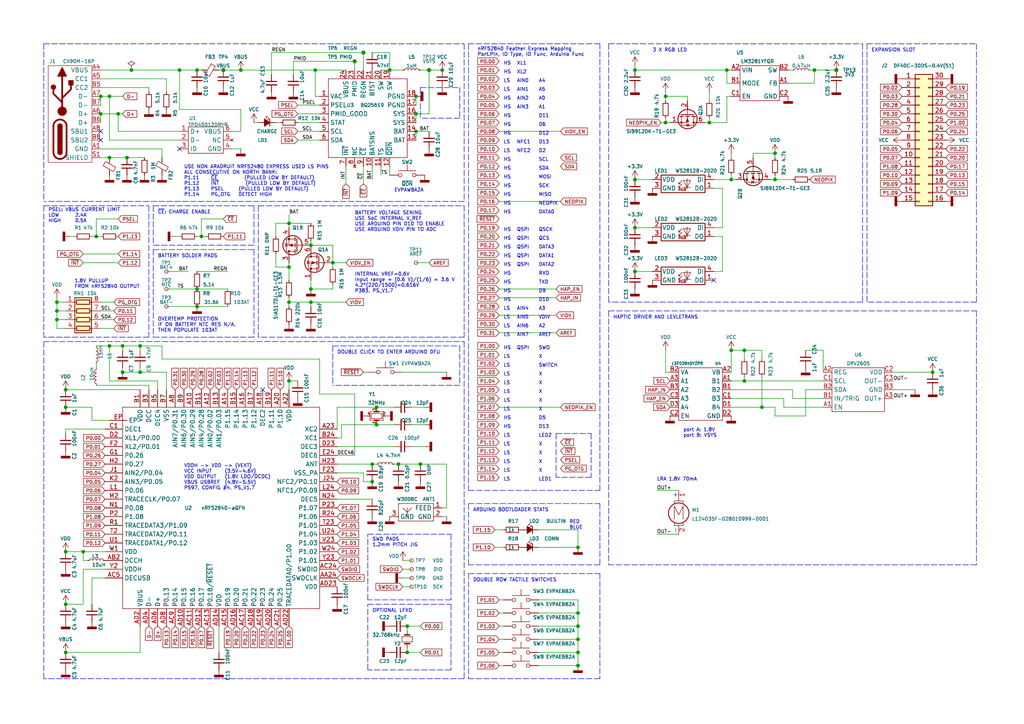
<source format=kicad_sch>
(kicad_sch (version 20211123) (generator eeschema)
  (paper "A4")
  (junction (at 58.42 68.58))
  (junction (at 121.92 134.62))
  (junction (at 29.21 27.94))
  (junction (at 64.77 20.32))
  (junction (at 167.64 193.04))
  (junction (at 19.05 160.02))
  (junction (at 107.95 139.7))
  (junction (at 193.04 35.56))
  (junction (at 210.82 20.32))
  (junction (at 167.64 189.23))
  (junction (at 19.05 118.11))
  (junction (at 270.51 107.95))
  (junction (at 118.11 181.61))
  (junction (at 120.65 33.02))
  (junction (at 16.51 90.17))
  (junction (at 120.65 38.1))
  (junction (at 242.57 20.32))
  (junction (at 16.51 87.63))
  (junction (at 184.15 78.74))
  (junction (at 90.17 83.82))
  (junction (at 57.15 20.32))
  (junction (at 102.87 17.78))
  (junction (at 193.04 27.94))
  (junction (at 90.17 71.12))
  (junction (at 96.52 76.2))
  (junction (at 19.05 113.03))
  (junction (at 215.9 110.49))
  (junction (at 40.64 107.95))
  (junction (at 212.09 52.07))
  (junction (at 91.44 20.32))
  (junction (at 31.75 100.33))
  (junction (at 29.21 33.02))
  (junction (at 167.64 185.42))
  (junction (at 83.82 110.49))
  (junction (at 31.75 27.94))
  (junction (at 236.22 20.32))
  (junction (at 220.98 118.11))
  (junction (at 57.15 83.82))
  (junction (at 38.1 20.32))
  (junction (at 124.46 20.32))
  (junction (at 34.29 33.02))
  (junction (at 113.03 20.32))
  (junction (at 69.85 20.32))
  (junction (at 16.51 92.71))
  (junction (at 224.79 52.07))
  (junction (at 115.57 134.62))
  (junction (at 167.64 177.8))
  (junction (at 83.82 77.47))
  (junction (at 224.79 44.45))
  (junction (at 128.27 20.32))
  (junction (at 120.65 27.94))
  (junction (at 184.15 20.32))
  (junction (at 215.9 101.6))
  (junction (at 184.15 52.07))
  (junction (at 105.41 15.24))
  (junction (at 52.07 20.32))
  (junction (at 90.17 87.63))
  (junction (at 19.05 189.23))
  (junction (at 35.56 107.95))
  (junction (at 167.64 181.61))
  (junction (at 19.05 175.26))
  (junction (at 118.11 189.23))
  (junction (at 205.74 35.56))
  (junction (at 167.64 158.75))
  (junction (at 27.94 68.58))
  (junction (at 35.56 100.33))
  (junction (at 109.22 123.19))
  (junction (at 36.83 45.72))
  (junction (at 212.09 101.6))
  (junction (at 109.22 118.11))
  (junction (at 57.15 88.9))
  (junction (at 40.64 100.33))
  (junction (at 83.82 64.77))
  (junction (at 31.75 45.72))
  (junction (at 184.15 66.04))
  (junction (at 24.13 160.02))
  (junction (at 83.82 87.63))
  (junction (at 107.95 134.62))
  (no_connect (at 207.01 81.28))
  (no_connect (at 29.21 40.64))
  (no_connect (at 29.21 38.1))
  (no_connect (at 52.07 43.18))
  (no_connect (at 76.2 113.03))
  (polyline (pts (xy 73.66 71.12) (xy 44.45 71.12)))
  (wire (pts (xy 31.75 110.49) (xy 31.75 100.33)))
  (wire (pts (xy 29.21 87.63) (xy 33.02 87.63)))
  (wire (pts (xy 58.42 63.5) (xy 58.42 68.58)))
  (wire (pts (xy 107.95 144.78) (xy 97.79 144.78)))
  (wire (pts (xy 124.46 20.32) (xy 128.27 20.32)))
  (wire (pts (xy 227.33 118.11) (xy 238.76 118.11)))
  (wire (pts (xy 40.64 101.6) (xy 40.64 100.33)))
  (wire (pts (xy 119.38 123.19) (xy 123.19 123.19)))
  (wire (pts (xy 224.79 52.07) (xy 229.87 52.07)))
  (wire (pts (xy 83.82 87.63) (xy 83.82 88.9)))
  (wire (pts (xy 212.09 52.07) (xy 207.01 52.07)))
  (wire (pts (xy 85.09 17.78) (xy 102.87 17.78)))
  (polyline (pts (xy 176.53 90.17) (xy 283.21 90.17)))
  (wire (pts (xy 90.17 69.85) (xy 90.17 71.12)))
  (wire (pts (xy 16.51 86.36) (xy 16.51 87.63)))
  (wire (pts (xy 19.05 113.03) (xy 40.64 113.03)))
  (wire (pts (xy 207.01 54.61) (xy 209.55 54.61)))
  (wire (pts (xy 29.21 22.86) (xy 48.26 22.86)))
  (wire (pts (xy 210.82 27.94) (xy 212.09 27.94)))
  (wire (pts (xy 78.74 15.24) (xy 78.74 21.59)))
  (wire (pts (xy 69.85 31.75) (xy 69.85 38.1)))
  (wire (pts (xy 58.42 68.58) (xy 57.15 68.58)))
  (polyline (pts (xy 135.89 166.37) (xy 135.89 196.85)))
  (wire (pts (xy 46.99 45.72) (xy 46.99 43.18)))
  (wire (pts (xy 259.08 107.95) (xy 270.51 107.95)))
  (wire (pts (xy 86.36 38.1) (xy 92.71 38.1)))
  (wire (pts (xy 86.36 35.56) (xy 92.71 35.56)))
  (polyline (pts (xy 74.93 59.69) (xy 74.93 97.79)))
  (wire (pts (xy 97.79 129.54) (xy 114.3 129.54)))
  (polyline (pts (xy 12.7 12.7) (xy 12.7 58.42)))
  (wire (pts (xy 83.82 113.03) (xy 83.82 110.49)))
  (wire (pts (xy 156.21 153.67) (xy 167.64 153.67)))
  (polyline (pts (xy 121.92 25.4) (xy 133.35 25.4)))
  (polyline (pts (xy 43.18 59.69) (xy 43.18 97.79)))
  (polyline (pts (xy 44.45 72.39) (xy 44.45 97.79)))
  (wire (pts (xy 209.55 54.61) (xy 209.55 66.04)))
  (wire (pts (xy 167.64 189.23) (xy 167.64 185.42)))
  (wire (pts (xy 207.01 68.58) (xy 209.55 68.58)))
  (wire (pts (xy 31.75 27.94) (xy 35.56 27.94)))
  (polyline (pts (xy 12.7 196.85) (xy 12.7 99.06)))
  (wire (pts (xy 233.68 101.6) (xy 238.76 101.6)))
  (wire (pts (xy 35.56 107.95) (xy 35.56 106.68)))
  (wire (pts (xy 24.13 76.2) (xy 34.29 76.2)))
  (polyline (pts (xy 134.62 58.42) (xy 12.7 58.42)))
  (wire (pts (xy 212.09 101.6) (xy 215.9 101.6)))
  (wire (pts (xy 212.09 44.45) (xy 212.09 45.72)))
  (polyline (pts (xy 171.45 138.43) (xy 161.29 138.43)))
  (wire (pts (xy 144.78 91.44) (xy 161.29 91.44)))
  (wire (pts (xy 24.13 73.66) (xy 34.29 73.66)))
  (wire (pts (xy 80.01 35.56) (xy 81.28 35.56)))
  (wire (pts (xy 16.51 90.17) (xy 19.05 90.17)))
  (wire (pts (xy 90.17 83.82) (xy 96.52 83.82)))
  (wire (pts (xy 26.67 121.92) (xy 26.67 118.11)))
  (wire (pts (xy 212.09 24.13) (xy 210.82 24.13)))
  (wire (pts (xy 24.13 162.56) (xy 24.13 160.02)))
  (wire (pts (xy 90.17 81.28) (xy 90.17 83.82)))
  (polyline (pts (xy 73.66 97.79) (xy 44.45 97.79)))
  (wire (pts (xy 107.95 48.26) (xy 107.95 52.07)))
  (polyline (pts (xy 133.35 100.33) (xy 133.35 111.76)))
  (polyline (pts (xy 133.35 111.76) (xy 96.52 111.76)))
  (wire (pts (xy 24.13 165.1) (xy 24.13 175.26)))
  (wire (pts (xy 102.87 17.78) (xy 102.87 20.32)))
  (wire (pts (xy 27.94 105.41) (xy 27.94 106.68)))
  (wire (pts (xy 212.09 113.03) (xy 229.87 113.03)))
  (polyline (pts (xy 130.81 175.26) (xy 130.81 194.31)))
  (wire (pts (xy 156.21 185.42) (xy 167.64 185.42)))
  (wire (pts (xy 110.49 48.26) (xy 110.49 50.8)))
  (wire (pts (xy 209.55 66.04) (xy 207.01 66.04)))
  (wire (pts (xy 67.31 38.1) (xy 69.85 38.1)))
  (wire (pts (xy 29.21 95.25) (xy 33.02 95.25)))
  (wire (pts (xy 34.29 33.02) (xy 35.56 33.02)))
  (wire (pts (xy 184.15 78.74) (xy 189.23 78.74)))
  (wire (pts (xy 86.36 30.48) (xy 92.71 30.48)))
  (wire (pts (xy 57.15 20.32) (xy 58.42 20.32)))
  (wire (pts (xy 19.05 160.02) (xy 24.13 160.02)))
  (wire (pts (xy 184.15 52.07) (xy 189.23 52.07)))
  (wire (pts (xy 40.64 107.95) (xy 35.56 107.95)))
  (wire (pts (xy 120.65 38.1) (xy 120.65 40.64)))
  (wire (pts (xy 119.38 118.11) (xy 123.19 118.11)))
  (wire (pts (xy 19.05 124.46) (xy 30.48 124.46)))
  (wire (pts (xy 73.66 35.56) (xy 74.93 35.56)))
  (wire (pts (xy 16.51 90.17) (xy 16.51 92.71)))
  (wire (pts (xy 121.92 134.62) (xy 129.54 134.62)))
  (polyline (pts (xy 73.66 72.39) (xy 73.66 97.79)))
  (wire (pts (xy 113.03 48.26) (xy 113.03 50.8)))
  (wire (pts (xy 215.9 101.6) (xy 215.9 104.14)))
  (wire (pts (xy 80.01 73.66) (xy 80.01 77.47)))
  (wire (pts (xy 90.17 87.63) (xy 100.33 87.63)))
  (polyline (pts (xy 106.68 173.99) (xy 106.68 154.94)))
  (wire (pts (xy 97.79 118.11) (xy 97.79 124.46)))
  (wire (pts (xy 29.21 27.94) (xy 29.21 30.48)))
  (polyline (pts (xy 134.62 196.85) (xy 12.7 196.85)))
  (wire (pts (xy 114.3 134.62) (xy 115.57 134.62)))
  (wire (pts (xy 27.94 63.5) (xy 34.29 63.5)))
  (wire (pts (xy 52.07 40.64) (xy 31.75 40.64)))
  (wire (pts (xy 40.64 189.23) (xy 40.64 181.61)))
  (wire (pts (xy 16.51 87.63) (xy 16.51 90.17)))
  (wire (pts (xy 69.85 31.75) (xy 52.07 31.75)))
  (polyline (pts (xy 176.53 12.7) (xy 250.19 12.7)))
  (wire (pts (xy 100.33 48.26) (xy 100.33 53.34)))
  (wire (pts (xy 236.22 20.32) (xy 242.57 20.32)))
  (wire (pts (xy 40.64 107.95) (xy 40.64 106.68)))
  (wire (pts (xy 92.71 27.94) (xy 91.44 27.94)))
  (wire (pts (xy 63.5 181.61) (xy 63.5 189.23)))
  (wire (pts (xy 193.04 27.94) (xy 199.39 27.94)))
  (wire (pts (xy 233.68 120.65) (xy 233.68 113.03)))
  (wire (pts (xy 236.22 24.13) (xy 236.22 20.32)))
  (polyline (pts (xy 161.29 125.73) (xy 171.45 125.73)))
  (wire (pts (xy 210.82 35.56) (xy 210.82 27.94)))
  (wire (pts (xy 99.06 127) (xy 97.79 127)))
  (wire (pts (xy 265.43 113.03) (xy 259.08 113.03)))
  (wire (pts (xy 156.21 177.8) (xy 167.64 177.8)))
  (wire (pts (xy 227.33 115.57) (xy 227.33 118.11)))
  (wire (pts (xy 205.74 35.56) (xy 205.74 34.29)))
  (polyline (pts (xy 173.99 163.83) (xy 135.89 163.83)))
  (polyline (pts (xy 283.21 12.7) (xy 283.21 87.63)))
  (wire (pts (xy 66.04 83.82) (xy 57.15 83.82)))
  (wire (pts (xy 199.39 29.21) (xy 199.39 27.94)))
  (wire (pts (xy 29.21 27.94) (xy 31.75 27.94)))
  (wire (pts (xy 144.78 86.36) (xy 161.29 86.36)))
  (wire (pts (xy 191.77 35.56) (xy 193.04 35.56)))
  (polyline (pts (xy 12.7 12.7) (xy 134.62 12.7)))
  (polyline (pts (xy 173.99 12.7) (xy 135.89 12.7)))
  (wire (pts (xy 90.17 71.12) (xy 96.52 71.12)))
  (wire (pts (xy 120.65 33.02) (xy 124.46 33.02)))
  (wire (pts (xy 46.99 100.33) (xy 40.64 100.33)))
  (wire (pts (xy 64.77 20.32) (xy 69.85 20.32)))
  (wire (pts (xy 92.71 104.14) (xy 46.99 104.14)))
  (wire (pts (xy 80.01 77.47) (xy 83.82 77.47)))
  (wire (pts (xy 120.65 27.94) (xy 120.65 30.48)))
  (wire (pts (xy 124.46 33.02) (xy 124.46 20.32)))
  (wire (pts (xy 31.75 121.92) (xy 26.67 121.92)))
  (wire (pts (xy 167.64 193.04) (xy 167.64 189.23)))
  (wire (pts (xy 129.54 149.86) (xy 128.27 149.86)))
  (wire (pts (xy 116.84 107.95) (xy 129.54 107.95)))
  (wire (pts (xy 57.15 88.9) (xy 66.04 88.9)))
  (wire (pts (xy 64.77 63.5) (xy 58.42 63.5)))
  (wire (pts (xy 29.21 90.17) (xy 33.02 90.17)))
  (wire (pts (xy 96.52 83.82) (xy 96.52 82.55)))
  (polyline (pts (xy 171.45 125.73) (xy 171.45 138.43)))
  (wire (pts (xy 46.99 104.14) (xy 46.99 100.33)))
  (polyline (pts (xy 173.99 142.24) (xy 173.99 12.7)))
  (wire (pts (xy 83.82 110.49) (xy 86.36 110.49)))
  (wire (pts (xy 35.56 100.33) (xy 40.64 100.33)))
  (wire (pts (xy 121.92 20.32) (xy 124.46 20.32)))
  (wire (pts (xy 113.03 15.24) (xy 113.03 20.32)))
  (polyline (pts (xy 250.19 12.7) (xy 250.19 87.63)))
  (wire (pts (xy 143.51 153.67) (xy 146.05 153.67)))
  (wire (pts (xy 193.04 27.94) (xy 193.04 29.21)))
  (polyline (pts (xy 135.89 142.24) (xy 173.99 142.24)))
  (polyline (pts (xy 135.89 163.83) (xy 135.89 146.05)))
  (wire (pts (xy 129.54 134.62) (xy 129.54 147.32)))
  (wire (pts (xy 113.03 20.32) (xy 116.84 20.32)))
  (wire (pts (xy 97.79 137.16) (xy 105.41 137.16)))
  (wire (pts (xy 229.87 115.57) (xy 229.87 113.03)))
  (wire (pts (xy 100.33 20.32) (xy 91.44 20.32)))
  (wire (pts (xy 91.44 27.94) (xy 91.44 20.32)))
  (wire (pts (xy 99.06 123.19) (xy 109.22 123.19)))
  (wire (pts (xy 43.18 26.67) (xy 43.18 25.4)))
  (wire (pts (xy 97.79 134.62) (xy 107.95 134.62)))
  (wire (pts (xy 26.67 167.64) (xy 26.67 175.26)))
  (wire (pts (xy 107.95 15.24) (xy 113.03 15.24)))
  (wire (pts (xy 120.65 33.02) (xy 120.65 35.56)))
  (wire (pts (xy 80.01 68.58) (xy 80.01 64.77)))
  (wire (pts (xy 116.84 165.1) (xy 119.38 165.1)))
  (wire (pts (xy 83.82 86.36) (xy 83.82 87.63)))
  (wire (pts (xy 66.04 78.74) (xy 57.15 78.74)))
  (wire (pts (xy 16.51 92.71) (xy 16.51 95.25)))
  (wire (pts (xy 121.92 181.61) (xy 118.11 181.61)))
  (wire (pts (xy 107.95 134.62) (xy 109.22 134.62)))
  (polyline (pts (xy 43.18 97.79) (xy 12.7 97.79)))
  (wire (pts (xy 96.52 77.47) (xy 96.52 76.2)))
  (wire (pts (xy 36.83 45.72) (xy 41.91 45.72)))
  (wire (pts (xy 193.04 26.67) (xy 193.04 27.94)))
  (wire (pts (xy 205.74 26.67) (xy 205.74 29.21)))
  (wire (pts (xy 83.82 87.63) (xy 90.17 87.63)))
  (polyline (pts (xy 134.62 59.69) (xy 134.62 97.79)))
  (wire (pts (xy 184.15 19.05) (xy 184.15 20.32)))
  (wire (pts (xy 109.22 123.19) (xy 114.3 123.19)))
  (polyline (pts (xy 173.99 166.37) (xy 173.99 196.85)))
  (wire (pts (xy 210.82 20.32) (xy 212.09 20.32)))
  (wire (pts (xy 67.31 43.18) (xy 69.85 43.18)))
  (wire (pts (xy 38.1 20.32) (xy 52.07 20.32)))
  (polyline (pts (xy 283.21 163.83) (xy 176.53 163.83)))
  (wire (pts (xy 143.51 158.75) (xy 146.05 158.75)))
  (wire (pts (xy 156.21 189.23) (xy 167.64 189.23)))
  (wire (pts (xy 116.84 170.18) (xy 119.38 170.18)))
  (polyline (pts (xy 121.92 25.4) (xy 121.92 34.29)))
  (wire (pts (xy 209.55 78.74) (xy 207.01 78.74)))
  (wire (pts (xy 129.54 147.32) (xy 128.27 147.32)))
  (wire (pts (xy 144.78 177.8) (xy 146.05 177.8)))
  (wire (pts (xy 43.18 113.03) (xy 43.18 111.76)))
  (wire (pts (xy 190.5 142.24) (xy 196.85 142.24)))
  (wire (pts (xy 52.07 38.1) (xy 34.29 38.1)))
  (wire (pts (xy 105.41 15.24) (xy 105.41 20.32)))
  (polyline (pts (xy 133.35 25.4) (xy 133.35 34.29)))
  (polyline (pts (xy 44.45 59.69) (xy 73.66 59.69)))
  (polyline (pts (xy 283.21 90.17) (xy 283.21 163.83)))
  (wire (pts (xy 113.03 20.32) (xy 110.49 20.32)))
  (wire (pts (xy 212.09 115.57) (xy 227.33 115.57)))
  (wire (pts (xy 29.21 43.18) (xy 46.99 43.18)))
  (polyline (pts (xy 134.62 12.7) (xy 134.62 58.42)))
  (wire (pts (xy 144.78 58.42) (xy 162.56 58.42)))
  (wire (pts (xy 233.68 113.03) (xy 238.76 113.03)))
  (wire (pts (xy 80.01 64.77) (xy 83.82 64.77)))
  (wire (pts (xy 26.67 167.64) (xy 30.48 167.64)))
  (wire (pts (xy 212.09 52.07) (xy 213.36 52.07)))
  (polyline (pts (xy 12.7 59.69) (xy 43.18 59.69)))
  (wire (pts (xy 105.41 53.34) (xy 105.41 48.26)))
  (wire (pts (xy 29.21 20.32) (xy 38.1 20.32)))
  (polyline (pts (xy 130.81 173.99) (xy 106.68 173.99)))
  (wire (pts (xy 184.15 20.32) (xy 210.82 20.32)))
  (wire (pts (xy 19.05 124.46) (xy 19.05 125.73)))
  (polyline (pts (xy 130.81 154.94) (xy 130.81 173.99)))
  (wire (pts (xy 96.52 76.2) (xy 100.33 76.2)))
  (wire (pts (xy 31.75 45.72) (xy 36.83 45.72)))
  (wire (pts (xy 92.71 114.3) (xy 92.71 104.14)))
  (wire (pts (xy 86.36 40.64) (xy 92.71 40.64)))
  (wire (pts (xy 64.77 20.32) (xy 63.5 20.32)))
  (wire (pts (xy 224.79 120.65) (xy 233.68 120.65)))
  (wire (pts (xy 83.82 62.23) (xy 83.82 64.77)))
  (polyline (pts (xy 44.45 72.39) (xy 73.66 72.39)))
  (polyline (pts (xy 173.99 196.85) (xy 135.89 196.85)))
  (wire (pts (xy 102.87 132.08) (xy 97.79 132.08)))
  (wire (pts (xy 212.09 50.8) (xy 212.09 52.07)))
  (polyline (pts (xy 106.68 194.31) (xy 106.68 175.26)))
  (wire (pts (xy 27.94 63.5) (xy 27.94 68.58)))
  (wire (pts (xy 31.75 100.33) (xy 35.56 100.33)))
  (polyline (pts (xy 134.62 97.79) (xy 74.93 97.79)))
  (wire (pts (xy 25.4 162.56) (xy 24.13 162.56)))
  (polyline (pts (xy 74.93 59.69) (xy 134.62 59.69)))
  (wire (pts (xy 194.31 107.95) (xy 193.04 107.95)))
  (wire (pts (xy 99.06 123.19) (xy 99.06 127)))
  (wire (pts (xy 215.9 109.22) (xy 215.9 110.49)))
  (wire (pts (xy 120.65 76.2) (xy 124.46 76.2)))
  (wire (pts (xy 16.51 87.63) (xy 19.05 87.63)))
  (wire (pts (xy 215.9 101.6) (xy 220.98 101.6)))
  (wire (pts (xy 144.78 181.61) (xy 146.05 181.61)))
  (wire (pts (xy 218.44 44.45) (xy 218.44 45.72)))
  (wire (pts (xy 167.64 177.8) (xy 167.64 173.99)))
  (wire (pts (xy 83.82 76.2) (xy 83.82 77.47)))
  (wire (pts (xy 48.26 83.82) (xy 57.15 83.82)))
  (wire (pts (xy 209.55 68.58) (xy 209.55 78.74)))
  (wire (pts (xy 31.75 40.64) (xy 31.75 27.94)))
  (wire (pts (xy 102.87 114.3) (xy 92.71 114.3)))
  (wire (pts (xy 116.84 167.64) (xy 119.38 167.64)))
  (wire (pts (xy 58.42 68.58) (xy 59.69 68.58)))
  (wire (pts (xy 48.26 88.9) (xy 57.15 88.9)))
  (polyline (pts (xy 106.68 175.26) (xy 130.81 175.26)))
  (wire (pts (xy 212.09 101.6) (xy 212.09 107.95)))
  (wire (pts (xy 224.79 50.8) (xy 224.79 52.07)))
  (wire (pts (xy 167.64 185.42) (xy 167.64 181.61)))
  (wire (pts (xy 156.21 158.75) (xy 167.64 158.75)))
  (wire (pts (xy 220.98 109.22) (xy 220.98 118.11)))
  (polyline (pts (xy 73.66 59.69) (xy 73.66 71.12)))
  (wire (pts (xy 238.76 101.6) (xy 238.76 107.95)))
  (wire (pts (xy 24.13 175.26) (xy 19.05 175.26)))
  (wire (pts (xy 48.26 78.74) (xy 54.61 78.74)))
  (wire (pts (xy 119.38 129.54) (xy 123.19 129.54)))
  (wire (pts (xy 236.22 20.32) (xy 234.95 20.32)))
  (wire (pts (xy 20.32 68.58) (xy 21.59 68.58)))
  (wire (pts (xy 118.11 189.23) (xy 118.11 187.96)))
  (polyline (pts (xy 96.52 100.33) (xy 96.52 111.76)))
  (wire (pts (xy 105.41 137.16) (xy 105.41 139.7)))
  (polyline (pts (xy 251.46 12.7) (xy 251.46 87.63)))
  (wire (pts (xy 29.21 45.72) (xy 31.75 45.72)))
  (wire (pts (xy 69.85 20.32) (xy 91.44 20.32)))
  (wire (pts (xy 156.21 181.61) (xy 167.64 181.61)))
  (wire (pts (xy 16.51 92.71) (xy 19.05 92.71)))
  (wire (pts (xy 224.79 45.72) (xy 224.79 44.45)))
  (wire (pts (xy 144.78 118.11) (xy 162.56 118.11)))
  (wire (pts (xy 115.57 134.62) (xy 121.92 134.62)))
  (wire (pts (xy 220.98 101.6) (xy 220.98 104.14)))
  (wire (pts (xy 228.6 24.13) (xy 236.22 24.13)))
  (wire (pts (xy 144.78 38.1) (xy 162.56 38.1)))
  (wire (pts (xy 26.67 118.11) (xy 19.05 118.11)))
  (wire (pts (xy 167.64 158.75) (xy 167.64 153.67)))
  (polyline (pts (xy 135.89 12.7) (xy 135.89 142.24)))
  (wire (pts (xy 144.78 96.52) (xy 161.29 96.52)))
  (wire (pts (xy 118.11 181.61) (xy 118.11 182.88)))
  (polyline (pts (xy 130.81 194.31) (xy 106.68 194.31)))
  (wire (pts (xy 229.87 20.32) (xy 228.6 20.32)))
  (wire (pts (xy 144.78 185.42) (xy 146.05 185.42)))
  (wire (pts (xy 78.74 15.24) (xy 105.41 15.24)))
  (polyline (pts (xy 12.7 99.06) (xy 134.62 99.06)))
  (wire (pts (xy 83.82 64.77) (xy 83.82 66.04)))
  (polyline (pts (xy 283.21 87.63) (xy 251.46 87.63)))
  (wire (pts (xy 167.64 173.99) (xy 156.21 173.99)))
  (wire (pts (xy 90.17 87.63) (xy 90.17 88.9)))
  (wire (pts (xy 193.04 107.95) (xy 193.04 101.6)))
  (wire (pts (xy 83.82 77.47) (xy 83.82 81.28)))
  (wire (pts (xy 109.22 118.11) (xy 114.3 118.11)))
  (wire (pts (xy 218.44 44.45) (xy 224.79 44.45)))
  (wire (pts (xy 86.36 33.02) (xy 92.71 33.02)))
  (wire (pts (xy 238.76 115.57) (xy 229.87 115.57)))
  (polyline (pts (xy 106.68 154.94) (xy 130.81 154.94)))
  (wire (pts (xy 124.46 38.1) (xy 120.65 38.1)))
  (wire (pts (xy 204.47 35.56) (xy 205.74 35.56)))
  (wire (pts (xy 48.26 26.67) (xy 48.26 22.86)))
  (wire (pts (xy 193.04 35.56) (xy 193.04 34.29)))
  (wire (pts (xy 52.07 20.32) (xy 57.15 20.32)))
  (wire (pts (xy 167.64 181.61) (xy 167.64 177.8)))
  (wire (pts (xy 29.21 33.02) (xy 29.21 35.56)))
  (wire (pts (xy 212.09 118.11) (xy 220.98 118.11)))
  (wire (pts (xy 29.21 92.71) (xy 33.02 92.71)))
  (wire (pts (xy 27.94 100.33) (xy 31.75 100.33)))
  (wire (pts (xy 146.05 173.99) (xy 144.78 173.99)))
  (wire (pts (xy 121.92 189.23) (xy 118.11 189.23)))
  (polyline (pts (xy 135.89 166.37) (xy 173.99 166.37)))
  (polyline (pts (xy 250.19 87.63) (xy 176.53 87.63)))
  (polyline (pts (xy 44.45 59.69) (xy 44.45 71.12)))
  (wire (pts (xy 29.21 33.02) (xy 34.29 33.02)))
  (wire (pts (xy 52.07 31.75) (xy 52.07 20.32)))
  (wire (pts (xy 45.72 110.49) (xy 31.75 110.49)))
  (polyline (pts (xy 176.53 90.17) (xy 176.53 163.83)))
  (polyline (pts (xy 251.46 12.7) (xy 283.21 12.7)))
  (wire (pts (xy 193.04 35.56) (xy 194.31 35.56)))
  (wire (pts (xy 43.18 111.76) (xy 27.94 111.76)))
  (wire (pts (xy 105.41 107.95) (xy 106.68 107.95)))
  (polyline (pts (xy 161.29 125.73) (xy 161.29 138.43)))
  (wire (pts (xy 224.79 118.11) (xy 224.79 120.65)))
  (wire (pts (xy 96.52 71.12) (xy 96.52 76.2)))
  (polyline (pts (xy 12.7 59.69) (xy 12.7 97.79)))
  (wire (pts (xy 144.78 83.82) (xy 161.29 83.82)))
  (wire (pts (xy 223.52 52.07) (xy 224.79 52.07)))
  (polyline (pts (xy 176.53 12.7) (xy 176.53 87.63)))
  (wire (pts (xy 205.74 35.56) (xy 210.82 35.56)))
  (wire (pts (xy 156.21 193.04) (xy 167.64 193.04)))
  (polyline (pts (xy 134.62 99.06) (xy 134.62 196.85)))
  (wire (pts (xy 35.56 101.6) (xy 35.56 100.33)))
  (wire (pts (xy 105.41 139.7) (xy 107.95 139.7)))
  (wire (pts (xy 48.26 107.95) (xy 40.64 107.95)))
  (wire (pts (xy 45.72 113.03) (xy 45.72 110.49)))
  (wire (pts (xy 19.05 189.23) (xy 40.64 189.23)))
  (wire (pts (xy 30.48 165.1) (xy 24.13 165.1)))
  (polyline (pts (xy 96.52 100.33) (xy 133.35 100.33)))
  (wire (pts (xy 190.5 154.94) (xy 196.85 154.94)))
  (wire (pts (xy 26.67 68.58) (xy 27.94 68.58)))
  (wire (pts (xy 212.09 110.49) (xy 215.9 110.49)))
  (wire (pts (xy 97.79 118.11) (xy 109.22 118.11)))
  (wire (pts (xy 144.78 193.04) (xy 146.05 193.04)))
  (wire (pts (xy 48.26 113.03) (xy 48.26 107.95)))
  (wire (pts (xy 16.51 95.25) (xy 19.05 95.25)))
  (wire (pts (xy 85.09 21.59) (xy 85.09 17.78)))
  (wire (pts (xy 34.29 38.1) (xy 34.29 33.02)))
  (wire (pts (xy 83.82 64.77) (xy 90.17 64.77)))
  (wire (pts (xy 27.94 68.58) (xy 29.21 68.58)))
  (wire (pts (xy 184.15 66.04) (xy 189.23 66.04)))
  (polyline (pts (xy 133.35 34.29) (xy 121.92 34.29)))
  (wire (pts (xy 144.78 189.23) (xy 146.05 189.23)))
  (wire (pts (xy 102.87 114.3) (xy 102.87 132.08)))
  (wire (pts (xy 116.84 162.56) (xy 119.38 162.56)))
  (wire (pts (xy 220.98 118.11) (xy 224.79 118.11)))
  (wire (pts (xy 215.9 110.49) (xy 238.76 110.49)))
  (wire (pts (xy 24.13 160.02) (xy 30.48 160.02)))
  (wire (pts (xy 210.82 24.13) (xy 210.82 20.32)))
  (polyline (pts (xy 135.89 146.05) (xy 173.99 146.05)))
  (wire (pts (xy 50.8 68.58) (xy 52.07 68.58)))
  (wire (pts (xy 29.21 25.4) (xy 43.18 25.4)))
  (polyline (pts (xy 173.99 146.05) (xy 173.99 163.83)))
  (text "USE NON ARADRUIT NRF52480 EXPRESS USED LS PINS\nALL CONSECUTIVE ON NORTH BANK:\nP1.11	~{CE}		(PULLED LOW BY DEFAULT)\nP1.12	~{INT}		(PULLED LOW BY DEFAULT)\nP1.13	PSEL	(PULLED LOW BY DEFAULT)\nP1.14	PG_OTG	DETECT HIGH" (at 53.34 57.15 0) (effects (font (size 1 1)) (justify left bottom)))
  (text "HAPTIC DRIVER AND LEVLETRANS" (at 177.8 92.71 0) (effects (font (size 1 1)) (justify left bottom)))
  (text "DATA1" (at 156.21 74.93 0) (effects (font (size 1 1)) (justify left bottom)))
  (text "QCS" (at 156.21 69.85 0) (effects (font (size 1 1)) (justify left bottom)))
  (text "LRA 1.8V 70mA" (at 190.5 139.7 0) (effects (font (size 1 1)) (justify left bottom)))
  (text "X" (at 156.21 104.14 0) (effects (font (size 1 1)) (justify left bottom)))
  (text "D5" (at 156.21 121.92 0) (effects (font (size 1 1)) (justify left bottom)))
  (text "QSPI" (at 149.86 77.47 0) (effects (font (size 1 1)) (justify left bottom)))
  (text "DATA3" (at 156.21 72.39 0) (effects (font (size 1 1)) (justify left bottom)))
  (text "HS" (at 146.05 31.75 0) (effects (font (size 1 1)) (justify left bottom)))
  (text "X" (at 156.21 109.22 0) (effects (font (size 1 1)) (justify left bottom)))
  (text "DATA2" (at 156.21 77.47 0) (effects (font (size 1 1)) (justify left bottom)))
  (text "QSPI" (at 149.86 101.6 0) (effects (font (size 1 1)) (justify left bottom)))
  (text "D13" (at 156.21 41.91 0) (effects (font (size 1 1)) (justify left bottom)))
  (text "HS" (at 146.05 39.37 0) (effects (font (size 1 1)) (justify left bottom)))
  (text "QSPI" (at 149.86 74.93 0) (effects (font (size 1 1)) (justify left bottom)))
  (text "OPTIONAL LFXO" (at 107.95 177.8 0) (effects (font (size 1 1)) (justify left bottom)))
  (text "HS" (at 146.05 121.92 0) (effects (font (size 1 1)) (justify left bottom)))
  (text "NEOPIX" (at 156.21 59.69 0) (effects (font (size 1 1)) (justify left bottom)))
  (text "D6" (at 156.21 36.83 0) (effects (font (size 1 1)) (justify left bottom)))
  (text "ARDUINO BOOTLOADER STATS" (at 137.16 148.59 0) (effects (font (size 1 1)) (justify left bottom)))
  (text "MOSI" (at 156.21 52.07 0) (effects (font (size 1 1)) (justify left bottom)))
  (text "LS" (at 146.05 90.17 0) (effects (font (size 1 1)) (justify left bottom)))
  (text "X" (at 156.21 132.08 0) (effects (font (size 1 1)) (justify left bottom)))
  (text "HS" (at 146.05 57.15 0) (effects (font (size 1 1)) (justify left bottom)))
  (text "INTERNAL VREF=0.6V\nInput range = (0.6 V)/(1/6) = 3.6 V\n4.2*(220/1500)=0.616V\nP383, PS_V1.7" (at 102.87 85.09 0) (effects (font (size 1 1)) (justify left bottom)))
  (text "nRF52840 Feather Express Mapping\nPort.Pin, IO Type, IO Func, Arduino Func" (at 138.43 16.51 0) (effects (font (size 1 1)) (justify left bottom)))
  (text "A0" (at 156.21 29.21 0) (effects (font (size 1 1)) (justify left bottom)))
  (text "LS" (at 146.05 137.16 0) (effects (font (size 1 1)) (justify left bottom)))
  (text "LED1" (at 156.21 139.7 0) (effects (font (size 1 1)) (justify left bottom)))
  (text "X" (at 156.21 129.54 0) (effects (font (size 1 1)) (justify left bottom)))
  (text "HS" (at 146.05 54.61 0) (effects (font (size 1 1)) (justify left bottom)))
  (text "HS" (at 146.05 46.99 0) (effects (font (size 1 1)) (justify left bottom)))
  (text "LS" (at 146.05 109.22 0) (effects (font (size 1 1)) (justify left bottom)))
  (text "HS" (at 146.05 49.53 0) (effects (font (size 1 1)) (justify left bottom)))
  (text "SWITCH" (at 156.21 106.68 0) (effects (font (size 1 1)) (justify left bottom)))
  (text "XL1" (at 149.86 19.05 0) (effects (font (size 1 1)) (justify left bottom)))
  (text "LS" (at 146.05 95.25 0) (effects (font (size 1 1)) (justify left bottom)))
  (text "TXD" (at 156.21 82.55 0) (effects (font (size 1 1)) (justify left bottom)))
  (text "AIN6" (at 149.86 95.25 0) (effects (font (size 1 1)) (justify left bottom)))
  (text "EVPAWBA2A" (at 114.3 55.88 0) (effects (font (size 1 1)) (justify left bottom)))
  (text "AIN0" (at 149.86 24.13 0) (effects (font (size 1 1)) (justify left bottom)))
  (text "AIN3" (at 149.86 31.75 0) (effects (font (size 1 1)) (justify left bottom)))
  (text "PSEL: VBUS CURRENT LIMIT\nLOW		2.4A\nHIGH	0.5A" (at 13.97 64.77 0) (effects (font (size 1 1)) (justify left bottom)))
  (text "D2" (at 156.21 44.45 0) (effects (font (size 1 1)) (justify left bottom)))
  (text "DOUBLE CLICK TO ENTER ARDUINO DFU" (at 97.79 102.87 0) (effects (font (size 1 1)) (justify left bottom)))
  (text "NFC1" (at 149.86 41.91 0) (effects (font (size 1 1)) (justify left bottom)))
  (text "HS" (at 146.05 29.21 0) (effects (font (size 1 1)) (justify left bottom)))
  (text "DOUBLE ROW TACTILE SWITCHES" (at 137.16 168.91 0) (effects (font (size 1 1)) (justify left bottom)))
  (text "QSPI" (at 149.86 67.31 0) (effects (font (size 1 1)) (justify left bottom)))
  (text "QSPI" (at 149.86 72.39 0) (effects (font (size 1 1)) (justify left bottom)))
  (text "1.8V PULLUP\nFROM nRF52840 OUTPUT" (at 21.59 83.82 0) (effects (font (size 1 1)) (justify left bottom)))
  (text "HS" (at 146.05 77.47 0) (effects (font (size 1 1)) (justify left bottom)))
  (text "AIN1" (at 149.86 26.67 0) (effects (font (size 1 1)) (justify left bottom)))
  (text "QSCK" (at 156.21 67.31 0) (effects (font (size 1 1)) (justify left bottom)))
  (text "X" (at 156.21 114.3 0) (effects (font (size 1 1)) (justify left bottom)))
  (text "DATA0" (at 156.21 62.23 0) (effects (font (size 1 1)) (justify left bottom)))
  (text "A2" (at 156.21 95.25 0) (effects (font (size 1 1)) (justify left bottom)))
  (text "HS" (at 146.05 62.23 0) (effects (font (size 1 1)) (justify left bottom)))
  (text "HS" (at 146.05 19.05 0) (effects (font (size 1 1)) (justify left bottom)))
  (text "HS" (at 146.05 36.83 0) (effects (font (size 1 1)) (justify left bottom)))
  (text "X" (at 156.21 134.62 0) (effects (font (size 1 1)) (justify left bottom)))
  (text "X" (at 156.21 116.84 0) (effects (font (size 1 1)) (justify left bottom)))
  (text "LS" (at 146.05 106.68 0) (effects (font (size 1 1)) (justify left bottom)))
  (text "LS" (at 146.05 129.54 0) (effects (font (size 1 1)) (justify left bottom)))
  (text "LS" (at 146.05 116.84 0) (effects (font (size 1 1)) (justify left bottom)))
  (text "X" (at 156.21 119.38 0) (effects (font (size 1 1)) (justify left bottom)))
  (text "~{CE}: CHARGE ENABLE" (at 45.72 62.23 0) (effects (font (size 1 1)) (justify left bottom)))
  (text "HS" (at 146.05 85.09 0) (effects (font (size 1 1)) (justify left bottom)))
  (text "HS" (at 146.05 101.6 0) (effects (font (size 1 1)) (justify left bottom)))
  (text "VDDH -> VDD -> (VEXT)\nVCC INPUT	(3.5V-4.6V)\nVDD OUTPUT	(1.8V LDO/DCDC)\nVBUS USBREF	(4.8V-5.5V)\nP597, CONFIG #4, PS_V1.7" (at 53.34 142.24 0) (effects (font (size 1 1)) (justify left bottom)))
  (text "HS" (at 146.05 124.46 0) (effects (font (size 1 1)) (justify left bottom)))
  (text "LS" (at 146.05 139.7 0) (effects (font (size 1 1)) (justify left bottom)))
  (text "D13" (at 156.21 124.46 0) (effects (font (size 1 1)) (justify left bottom)))
  (text "RXD" (at 156.21 80.01 0) (effects (font (size 1 1)) (justify left bottom)))
  (text "AIN5" (at 149.86 92.71 0) (effects (font (size 1 1)) (justify left bottom)))
  (text "AREF" (at 156.21 97.79 0) (effects (font (size 1 1)) (justify left bottom)))
  (text "D11" (at 156.21 34.29 0) (effects (font (size 1 1)) (justify left bottom)))
  (text "AIN7" (at 149.86 97.79 0) (effects (font (size 1 1)) (justify left bottom)))
  (text "HS" (at 146.05 69.85 0) (effects (font (size 1 1)) (justify left bottom)))
  (text "LS" (at 146.05 24.13 0) (effects (font (size 1 1)) (justify left bottom)))
  (text "BATTERY SOLDER PADS" (at 45.72 74.93 0) (effects (font (size 1 1)) (justify left bottom)))
  (text "AIN4" (at 149.86 90.17 0) (effects (font (size 1 1)) (justify left bottom)))
  (text "3 X RGB LED" (at 189.23 15.24 0) (effects (font (size 1 1)) (justify left bottom)))
  (text "port A: 1.8V\nport B: VSYS" (at 198.12 127 0) (effects (font (size 1 1)) (justify left bottom)))
  (text "X" (at 156.21 111.76 0) (effects (font (size 1 1)) (justify left bottom)))
  (text "HS" (at 146.05 72.39 0) (effects (font (size 1 1)) (justify left bottom)))
  (text "HS" (at 146.05 34.29 0) (effects (font (size 1 1)) (justify left bottom)))
  (text "A4" (at 156.21 24.13 0) (effects (font (size 1 1)) (justify left bottom)))
  (text "HS" (at 146.05 80.01 0) (effects (font (size 1 1)) (justify left bottom)))
  (text "EXPANSION SLOT" (at 252.73 15.24 0) (effects (font (size 1 1)) (justify left bottom)))
  (text "XL2" (at 149.86 21.59 0) (effects (font (size 1 1)) (justify left bottom)))
  (text "SDA" (at 156.21 49.53 0) (effects (font (size 1 1)) (justify left bottom)))
  (text "LS" (at 146.05 92.71 0) (effects (font (size 1 1)) (justify left bottom)))
  (text "HS" (at 146.05 87.63 0) (effects (font (size 1 1)) (justify left bottom)))
  (text "BATTERY VOLTAGE SENING\nUSE SoC INTERNAL V_REF\nUSE ARDUINO PIN D10 TO ENABLE\nUSE ARDUINO VDIV PIN TO ADC" (at 102.87 67.31 0) (effects (font (size 1 1)) (justify left bottom)))
  (text "HS" (at 146.05 52.07 0) (effects (font (size 1 1)) (justify left bottom)))
  (text "A3" (at 156.21 90.17 0) (effects (font (size 1 1)) (justify left bottom)))
  (text "SWD PADS\n1.2mm PITCH JIG" (at 107.95 158.75 0) (effects (font (size 1 1)) (justify left bottom)))
  (text "MISO" (at 156.21 57.15 0) (effects (font (size 1 1)) (justify left bottom)))
  (text "A5" (at 156.21 26.67 0) (effects (font (size 1 1)) (justify left bottom)))
  (text "LS" (at 146.05 127 0) (effects (font (size 1 1)) (justify left bottom)))
  (text "RED\nBLUE" (at 165.1 153.67 0) (effects (font (size 1 1)) (justify left bottom)))
  (text "D9" (at 156.21 85.09 0) (effects (font (size 1 1)) (justify left bottom)))
  (text "LS" (at 146.05 97.79 0) (effects (font (size 1 1)) (justify left bottom)))
  (text "LS" (at 146.05 104.14 0) (effects (font (size 1 1)) (justify left bottom)))
  (text "QSPI" (at 149.86 69.85 0) (effects (font (size 1 1)) (justify left bottom)))
  (text "LS" (at 146.05 111.76 0) (effects (font (size 1 1)) (justify left bottom)))
  (text "HS" (at 146.05 74.93 0) (effects (font (size 1 1)) (justify left bottom)))
  (text "AIN2" (at 149.86 29.21 0) (effects (font (size 1 1)) (justify left bottom)))
  (text "X" (at 156.21 137.16 0) (effects (font (size 1 1)) (justify left bottom)))
  (text "LS" (at 146.05 132.08 0) (effects (font (size 1 1)) (justify left bottom)))
  (text "D12" (at 156.21 39.37 0) (effects (font (size 1 1)) (justify left bottom)))
  (text "LS" (at 146.05 26.67 0) (effects (font (size 1 1)) (justify left bottom)))
  (text "HS" (at 146.05 82.55 0) (effects (font (size 1 1)) (justify left bottom)))
  (text "LS" (at 146.05 114.3 0) (effects (font (size 1 1)) (justify left bottom)))
  (text "SCK" (at 156.21 54.61 0) (effects (font (size 1 1)) (justify left bottom)))
  (text "LS" (at 146.05 41.91 0) (effects (font (size 1 1)) (justify left bottom)))
  (text "HS" (at 146.05 21.59 0) (effects (font (size 1 1)) (justify left bottom)))
  (text "LED2" (at 156.21 127 0) (effects (font (size 1 1)) (justify left bottom)))
  (text "SCL" (at 156.21 46.99 0) (effects (font (size 1 1)) (justify left bottom)))
  (text "VDIV" (at 156.21 92.71 0) (effects (font (size 1 1)) (justify left bottom)))
  (text "SWO" (at 156.21 101.6 0) (effects (font (size 1 1)) (justify left bottom)))
  (text "OVERTEMP PROTECTION\nIF ON BATTERY NTC RES N/A.\nTHEN POPULATE 103AT" (at 45.72 96.52 0) (effects (font (size 1 1)) (justify left bottom)))
  (text "A1" (at 156.21 31.75 0) (effects (font (size 1 1)) (justify left bottom)))
  (text "NFC2" (at 149.86 44.45 0) (effects (font (size 1 1)) (justify left bottom)))
  (text "HS" (at 146.05 67.31 0) (effects (font (size 1 1)) (justify left bottom)))
  (text "LS" (at 146.05 119.38 0) (effects (font (size 1 1)) (justify left bottom)))
  (text "HS" (at 146.05 59.69 0) (effects (font (size 1 1)) (justify left bottom)))
  (text "D10" (at 156.21 87.63 0) (effects (font (size 1 1)) (justify left bottom)))
  (text "LS" (at 146.05 134.62 0) (effects (font (size 1 1)) (justify left bottom)))
  (text "LS" (at 146.05 44.45 0) (effects (font (size 1 1)) (justify left bottom)))
  (label "BAT" (at 54.61 78.74 180) (effects (font (size 1 1))))
  (label "OUT+" (at 190.5 142.24 0) (effects (font (size 1 1))))
  (label "OUT-" (at 259.08 110.49 0) (effects (font (size 1 1))))
  (label "PSEL" (at 87.63 30.48 0) (effects (font (size 1 1))))
  (label "SDA" (at 29.21 92.71 0) (effects (font (size 1 1))))
  (label "SDA" (at 87.63 40.64 0) (effects (font (size 1 1))))
  (label "SCL" (at 87.63 38.1 0) (effects (font (size 1 1))))
  (label "REGN" (at 66.04 78.74 180) (effects (font (size 1 1))))
  (label "BAT" (at 83.82 62.23 0) (effects (font (size 1 1))))
  (label "PMID" (at 85.09 17.78 0) (effects (font (size 1 1))))
  (label "SCL" (at 29.21 90.17 0) (effects (font (size 1 1))))
  (label "~{CE}" (at 105.41 52.07 90) (effects (font (size 1 1))))
  (label "TS" (at 110.49 50.8 0) (effects (font (size 1 1))))
  (label "DEC46" (at 97.79 132.08 0) (effects (font (size 1 1))))
  (label "OUT+" (at 259.08 115.57 0) (effects (font (size 1 1))))
  (label "BAT" (at 107.95 52.07 90) (effects (font (size 1 1))))
  (label "TS" (at 53.34 83.82 180) (effects (font (size 1 1))))
  (label "INT" (at 100.33 52.07 90) (effects (font (size 1 1))))
  (label "OUT-" (at 190.5 154.94 0) (effects (font (size 1 1))))
  (label "BAT" (at 124.46 38.1 180) (effects (font (size 1 1))))
  (label "REGN" (at 78.74 15.24 0) (effects (font (size 1 1))))
  (global_label "P0.13" (shape input) (at 144.78 50.8 180) (effects (font (size 1 1))) (property "Intersheet References" "${INTERSHEET_REFS}" (effects hide)))
  (global_label "P0.15" (shape input) (at 144.78 55.88 180) (effects (font (size 1 1))) (property "Intersheet References" "${INTERSHEET_REFS}" (effects hide)))
  (global_label "P1.11" (shape input) (at 78.74 113.03 90) (effects (font (size 1 1))) (property "Intersheet References" "${INTERSHEET_REFS}" (effects hide)))
  (global_label "P0.28" (shape input) (at 261.62 30.48 180) (effects (font (size 1 1))) (property "Intersheet References" "${INTERSHEET_REFS}" (effects hide)))
  (global_label "P0.09" (shape input) (at 97.79 142.24 0) (effects (font (size 1 1))) (property "Intersheet References" "${INTERSHEET_REFS}" (effects hide)))
  (global_label "P0.12" (shape input) (at 144.78 48.26 180) (effects (font (size 1 1))) (property "Intersheet References" "${INTERSHEET_REFS}" (effects hide)))
  (global_label "P0.05" (shape input) (at 261.62 43.18 180) (effects (font (size 1 1))) (property "Intersheet References" "${INTERSHEET_REFS}" (effects hide)))
  (global_label "HAP_EN" (shape input) (at 194.31 115.57 180) (effects (font (size 1 1))) (property "Intersheet References" "${INTERSHEET_REFS}" (effects hide)))
  (global_label "VIDV_EN" (shape input) (at 162.56 38.1 0) (effects (font (size 1 1))) (property "Intersheet References" "${INTERSHEET_REFS}" (effects hide)))
  (global_label "P0.06" (shape input) (at 144.78 33.02 180) (effects (font (size 1 1))) (property "Intersheet References" "${INTERSHEET_REFS}" (effects hide)))
  (global_label "P1.02" (shape input) (at 144.78 105.41 180) (effects (font (size 1 1))) (property "Intersheet References" "${INTERSHEET_REFS}" (effects hide)))
  (global_label "P1.05" (shape input) (at 144.78 189.23 180) (effects (font (size 1 1))) (property "Intersheet References" "${INTERSHEET_REFS}" (effects hide)))
  (global_label "P0.17" (shape input) (at 144.78 60.96 180) (effects (font (size 1 1))) (property "Intersheet References" "${INTERSHEET_REFS}" (effects hide)))
  (global_label "P0.12" (shape input) (at 30.48 157.48 180) (effects (font (size 1 1))) (property "Intersheet References" "${INTERSHEET_REFS}" (effects hide)))
  (global_label "NEOPIX" (shape input) (at 234.95 52.07 0) (effects (font (size 1 1))) (property "Intersheet References" "${INTERSHEET_REFS}" (effects hide)))
  (global_label "P0.16" (shape input) (at 144.78 58.42 180) (effects (font (size 1 1))) (property "Intersheet References" "${INTERSHEET_REFS}" (effects hide)))
  (global_label "SDA" (shape input) (at 194.31 118.11 180) (effects (font (size 1 1))) (property "Intersheet References" "${INTERSHEET_REFS}" (effects hide)))
  (global_label "P1.10" (shape input) (at 143.51 158.75 180) (effects (font (size 1 1))) (property "Intersheet References" "${INTERSHEET_REFS}" (effects hide)))
  (global_label "P1.12" (shape input) (at 144.78 130.81 180) (effects (font (size 1 1))) (property "Intersheet References" "${INTERSHEET_REFS}" (effects hide)))
  (global_label "P1.13" (shape input) (at 34.29 68.58 0) (effects (font (size 1 1))) (property "Intersheet References" "${INTERSHEET_REFS}" (effects hide)))
  (global_label "~{RESET}" (shape input) (at 105.41 107.95 180) (effects (font (size 1 1))) (property "Intersheet References" "${INTERSHEET_REFS}" (effects hide)))
  (global_label "SDA" (shape input) (at 86.36 40.64 180) (effects (font (size 1 1))) (property "Intersheet References" "${INTERSHEET_REFS}" (effects hide)))
  (global_label "P0.07" (shape input) (at 144.78 35.56 180) (effects (font (size 1 1))) (property "Intersheet References" "${INTERSHEET_REFS}" (effects hide)))
  (global_label "P0.01" (shape input) (at 144.78 20.32 180) (effects (font (size 1 1))) (property "Intersheet References" "${INTERSHEET_REFS}" (effects hide)))
  (global_label "P1.02" (shape input) (at 144.78 177.8 180) (effects (font (size 1 1))) (property "Intersheet References" "${INTERSHEET_REFS}" (effects hide)))
  (global_label "P0.05" (shape input) (at 144.78 30.48 180) (effects (font (size 1 1))) (property "Intersheet References" "${INTERSHEET_REFS}" (effects hide)))
  (global_label "P0.20" (shape input) (at 144.78 68.58 180) (effects (font (size 1 1))) (property "Intersheet References" "${INTERSHEET_REFS}" (effects hide)))
  (global_label "P0.17" (shape input) (at 274.32 48.26 0) (effects (font (size 1 1))) (property "Intersheet References" "${INTERSHEET_REFS}" (effects hide)))
  (global_label "HAP_EN" (shape input) (at 161.29 83.82 0) (effects (font (size 1 1))) (property "Intersheet References" "${INTERSHEET_REFS}" (effects hide)))
  (global_label "P0.22" (shape input) (at 144.78 73.66 180) (effects (font (size 1 1))) (property "Intersheet References" "${INTERSHEET_REFS}" (effects hide)))
  (global_label "P0.11" (shape input) (at 33.02 90.17 0) (effects (font (size 1 1))) (property "Intersheet References" "${INTERSHEET_REFS}" (effects hide)))
  (global_label "P1.04" (shape input) (at 144.78 110.49 180) (effects (font (size 1 1))) (property "Intersheet References" "${INTERSHEET_REFS}" (effects hide)))
  (global_label "D-" (shape input) (at 43.18 181.61 270) (effects (font (size 1 1))) (property "Intersheet References" "${INTERSHEET_REFS}" (effects hide)))
  (global_label "P1.06" (shape input) (at 144.78 115.57 180) (effects (font (size 1 1))) (property "Intersheet References" "${INTERSHEET_REFS}" (effects hide)))
  (global_label "P0.14" (shape input) (at 50.8 181.61 270) (effects (font (size 1 1))) (property "Intersheet References" "${INTERSHEET_REFS}" (effects hide)))
  (global_label "P0.06" (shape input) (at 261.62 38.1 180) (effects (font (size 1 1))) (property "Intersheet References" "${INTERSHEET_REFS}" (effects hide)))
  (global_label "P1.14" (shape input) (at 68.58 113.03 90) (effects (font (size 1 1))) (property "Intersheet References" "${INTERSHEET_REFS}" (effects hide)))
  (global_label "P0.10" (shape input) (at 144.78 43.18 180) (effects (font (size 1 1))) (property "Intersheet References" "${INTERSHEET_REFS}" (effects hide)))
  (global_label "P1.09" (shape input) (at 261.62 55.88 180) (effects (font (size 1 1))) (property "Intersheet References" "${INTERSHEET_REFS}" (effects hide)))
  (global_label "PSEL" (shape input) (at 86.36 30.48 180) (effects (font (size 1 1))) (property "Intersheet References" "${INTERSHEET_REFS}" (effects hide)))
  (global_label "~{CE}" (shape input) (at 105.41 53.34 270) (effects (font (size 1 1))) (property "Intersheet References" "${INTERSHEET_REFS}" (effects hide)))
  (global_label "PG_OTG" (shape input) (at 24.13 73.66 180) (effects (font (size 1 1))) (property "Intersheet References" "${INTERSHEET_REFS}" (effects hide)))
  (global_label "P0.22" (shape input) (at 274.32 43.18 0) (effects (font (size 1 1))) (property "Intersheet References" "${INTERSHEET_REFS}" (effects hide)))
  (global_label "P1.05" (shape input) (at 144.78 113.03 180) (effects (font (size 1 1))) (property "Intersheet References" "${INTERSHEET_REFS}" (effects hide)))
  (global_label "P0.07" (shape input) (at 261.62 45.72 180) (effects (font (size 1 1))) (property "Intersheet References" "${INTERSHEET_REFS}" (effects hide)))
  (global_label "P0.11" (shape input) (at 30.48 154.94 180) (effects (font (size 1 1))) (property "Intersheet References" "${INTERSHEET_REFS}" (effects hide)))
  (global_label "P1.14" (shape input) (at 144.78 135.89 180) (effects (font (size 1 1))) (property "Intersheet References" "${INTERSHEET_REFS}" (effects hide)))
  (global_label "NEOPIX_EN" (shape input) (at 162.56 118.11 0) (effects (font (size 1 1))) (property "Intersheet References" "${INTERSHEET_REFS}" (effects hide)))
  (global_label "P1.03" (shape input) (at 97.79 157.48 0) (effects (font (size 1 1))) (property "Intersheet References" "${INTERSHEET_REFS}" (effects hide)))
  (global_label "P0.01" (shape input) (at 121.92 189.23 0) (effects (font (size 1 1))) (property "Intersheet References" "${INTERSHEET_REFS}" (effects hide)))
  (global_label "P1.08" (shape input) (at 30.48 149.86 180) (effects (font (size 1 1))) (property "Intersheet References" "${INTERSHEET_REFS}" (effects hide)))
  (global_label "P0.27" (shape input) (at 30.48 134.62 180) (effects (font (size 1 1))) (property "Intersheet References" "${INTERSHEET_REFS}" (effects hide)))
  (global_label "P1.11" (shape input) (at 64.77 68.58 0) (effects (font (size 1 1))) (property "Intersheet References" "${INTERSHEET_REFS}" (effects hide)))
  (global_label "SWDCLK" (shape input) (at 116.84 170.18 180) (effects (font (size 1 1))) (property "Intersheet References" "${INTERSHEET_REFS}" (effects hide)))
  (global_label "P1.05" (shape input) (at 97.79 152.4 0) (effects (font (size 1 1))) (property "Intersheet References" "${INTERSHEET_REFS}" (effects hide)))
  (global_label "P0.21" (shape input) (at 71.12 181.61 270) (effects (font (size 1 1))) (property "Intersheet References" "${INTERSHEET_REFS}" (effects hide)))
  (global_label "~{CE}" (shape input) (at 162.56 128.27 0) (effects (font (size 1 1))) (property "Intersheet References" "${INTERSHEET_REFS}" (effects hide)))
  (global_label "PG_OTG" (shape input) (at 162.56 135.89 0) (effects (font (size 1 1))) (property "Intersheet References" "${INTERSHEET_REFS}" (effects hide)))
  (global_label "P1.04" (shape input) (at 144.78 185.42 180) (effects (font (size 1 1))) (property "Intersheet References" "${INTERSHEET_REFS}" (effects hide)))
  (global_label "P0.14" (shape input) (at 274.32 55.88 0) (effects (font (size 1 1))) (property "Intersheet References" "${INTERSHEET_REFS}" (effects hide)))
  (global_label "P1.00" (shape input) (at 144.78 100.33 180) (effects (font (size 1 1))) (property "Intersheet References" "${INTERSHEET_REFS}" (effects hide)))
  (global_label "P0.24" (shape input) (at 78.74 181.61 270) (effects (font (size 1 1))) (property "Intersheet References" "${INTERSHEET_REFS}" (effects hide)))
  (global_label "PSEL" (shape input) (at 162.56 133.35 0) (effects (font (size 1 1))) (property "Intersheet References" "${INTERSHEET_REFS}" (effects hide)))
  (global_label "VIDV" (shape input) (at 161.29 91.44 0) (effects (font (size 1 1))) (property "Intersheet References" "${INTERSHEET_REFS}" (effects hide)))
  (global_label "P0.30" (shape input) (at 261.62 33.02 180) (effects (font (size 1 1))) (property "Intersheet References" "${INTERSHEET_REFS}" (effects hide)))
  (global_label "P0.03" (shape input) (at 144.78 25.4 180) (effects (font (size 1 1))) (property "Intersheet References" "${INTERSHEET_REFS}" (effects hide)))
  (global_label "P0.31" (shape input) (at 144.78 96.52 180) (effects (font (size 1 1))) (property "Intersheet References" "${INTERSHEET_REFS}" (effects hide)))
  (global_label "SWDIO" (shape input) (at 116.84 165.1 180) (effects (font (size 1 1))) (property "Intersheet References" "${INTERSHEET_REFS}" (effects hide)))
  (global_label "P0.21" (shape input) (at 274.32 27.94 0) (effects (font (size 1 1))) (property "Intersheet References" "${INTERSHEET_REFS}" (effects hide)))
  (global_label "P0.29" (shape input) (at 144.78 91.44 180) (effects (font (size 1 1))) (property "Intersheet References" "${INTERSHEET_REFS}" (effects hide)))
  (global_label "P0.23" (shape input) (at 274.32 30.48 0) (effects (font (size 1 1))) (property "Intersheet References" "${INTERSHEET_REFS}" (effects hide)))
  (global_label "P0.06" (shape input) (at 30.48 142.24 180) (effects (font (size 1 1))) (property "Intersheet References" "${INTERSHEET_REFS}" (effects hide)))
  (global_label "P1.07" (shape input) (at 144.78 118.11 180) (effects (font (size 1 1))) (property "Intersheet References" "${INTERSHEET_REFS}" (effects hide)))
  (global_label "P1.07" (shape input) (at 97.79 147.32 0) (effects (font (size 1 1))) (property "Intersheet References" "${INTERSHEET_REFS}" (effects hide)))
  (global_label "P1.15" (shape input) (at 66.04 113.03 90) (effects (font (size 1 1))) (property "Intersheet References" "${INTERSHEET_REFS}" (effects hide)))
  (global_label "P1.03" (shape input) (at 144.78 181.61 180) (effects (font (size 1 1))) (property "Intersheet References" "${INTERSHEET_REFS}" (effects hide)))
  (global_label "P1.03" (shape input) (at 144.78 107.95 180) (effects (font (size 1 1))) (property "Intersheet References" "${INTERSHEET_REFS}" (effects hide)))
  (global_label "P0.22" (shape input) (at 73.66 181.61 270) (effects (font (size 1 1))) (property "Intersheet References" "${INTERSHEET_REFS}" (effects hide)))
  (global_label "P0.25" (shape input) (at 144.78 81.28 180) (effects (font (size 1 1))) (property "Intersheet References" "${INTERSHEET_REFS}" (effects hide)))
  (global_label "P1.15" (shape input) (at 143.51 153.67 180) (effects (font (size 1 1))) (property "Intersheet References" "${INTERSHEET_REFS}" (effects hide)))
  (global_label "P1.13" (shape input) (at 144.78 133.35 180) (effects (font (size 1 1))) (property "Intersheet References" "${INTERSHEET_REFS}" (effects hide)))
  (global_label "P0.09" (shape input) (at 261.62 53.34 180) (effects (font (size 1 1))) (property "Intersheet References" "${INTERSHEET_REFS}" (effects hide)))
  (global_label "P0.03" (shape input) (at 63.5 113.03 90) (effects (font (size 1 1))) (property "Intersheet References" "${INTERSHEET_REFS}" (effects hide)))
  (global_label "P0.31" (shape input) (at 50.8 113.03 90) (effects (font (size 1 1))) (property "Intersheet References" "${INTERSHEET_REFS}" (effects hide)))
  (global_label "~{RESET}" (shape input) (at 144.78 63.5 180) (effects (font (size 1 1))) (property "Intersheet References" "${INTERSHEET_REFS}" (effects hide)))
  (global_label "P0.20" (shape input) (at 274.32 45.72 0) (effects (font (size 1 1))) (property "Intersheet References" "${INTERSHEET_REFS}" (effects hide)))
  (global_label "P1.12" (shape input) (at 34.29 76.2 0) (effects (font (size 1 1))) (property "Intersheet References" "${INTERSHEET_REFS}" (effects hide)))
  (global_label "P0.03" (shape input) (at 261.62 27.94 180) (effects (font (size 1 1))) (property "Intersheet References" "${INTERSHEET_REFS}" (effects hide)))
  (global_label "P0.07" (shape input) (at 30.48 144.78 180) (effects (font (size 1 1))) (property "Intersheet References" "${INTERSHEET_REFS}" (effects hide)))
  (global_label "P0.25" (shape input) (at 274.32 33.02 0) (effects (font (size 1 1))) (property "Intersheet References" "${INTERSHEET_REFS}" (effects hide)))
  (global_label "P1.01" (shape input) (at 97.79 162.56 0) (effects (font (size 1 1))) (property "Intersheet References" "${INTERSHEET_REFS}" (effects hide)))
  (global_label "P1.04" (shape input) (at 97.79 154.94 0) (effects (font (size 1 1))) (property "Intersheet References" "${INTERSHEET_REFS}" (effects hide)))
  (global_label "P0.23" (shape input) (at 144.78 76.2 180) (effects (font (size 1 1))) (property "Intersheet References" "${INTERSHEET_REFS}" (effects hide)))
  (global_label "P0.10" (shape input) (at 261.62 50.8 180) (effects (font (size 1 1))) (property "Intersheet References" "${INTERSHEET_REFS}" (effects hide)))
  (global_label "SCL" (shape input) (at 194.31 110.49 180) (effects (font (size 1 1))) (property "Intersheet References" "${INTERSHEET_REFS}" (effects hide)))
  (global_label "P0.02" (shape input) (at 144.78 22.86 180) (effects (font (size 1 1))) (property "Intersheet References" "${INTERSHEET_REFS}" (effects hide)))
  (global_label "P1.12" (shape input) (at 73.66 113.03 90) (effects (font (size 1 1))) (property "Intersheet References" "${INTERSHEET_REFS}" (effects hide)))
  (global_label "P1.09" (shape input) (at 144.78 123.19 180) (effects (font (size 1 1))) (property "Intersheet References" "${INTERSHEET_REFS}" (effects hide)))
  (global_label "~{CE}" (shape input) (at 64.77 63.5 0) (effects (font (size 1 1))) (property "Intersheet References" "${INTERSHEET_REFS}" (effects hide)))
  (global_label "P0.28" (shape input) (at 144.78 88.9 180) (effects (font (size 1 1))) (property "Intersheet References" "${INTERSHEET_REFS}" (effects hide)))
  (global_label "P0.17" (shape input) (at 58.42 181.61 270) (effects (font (size 1 1))) (property "Intersheet References" "${INTERSHEET_REFS}" (effects hide)))
  (global_label "SWDCLK" (shape input) (at 97.79 167.64 0) (effects (font (size 1 1))) (property "Intersheet References" "${INTERSHEET_REFS}" (effects hide)))
  (global_label "P1.09" (shape input) (at 30.48 152.4 180) (effects (font (size 1 1))) (property "Intersheet References" "${INTERSHEET_REFS}" (effects hide)))
  (global_label "P0.21" (shape input) (at 144.78 71.12 180) (effects (font (size 1 1))) (property "Intersheet References" "${INTERSHEET_REFS}" (effects hide)))
  (global_label "P1.06" (shape input) (at 97.79 149.86 0) (effects (font (size 1 1))) (property "Intersheet References" "${INTERSHEET_REFS}" (effects hide)))
  (global_label "P1.10" (shape input) (at 81.28 113.03 90) (effects (font (size 1 1))) (property "Intersheet References" "${INTERSHEET_REFS}" (effects hide)))
  (global_label "~{INT}" (shape input) (at 24.13 76.2 180) (effects (font (size 1 1))) (property "Intersheet References" "${INTERSHEET_REFS}" (effects hide)))
  (global_label "P0.00" (shape input) (at 30.48 127 180) (effects (font (size 1 1))) (property "Intersheet References" "${INTERSHEET_REFS}" (effects hide)))
  (global_label "P0.00" (shape input) (at 144.78 17.78 180) (effects (font (size 1 1))) (property "Intersheet References" "${INTERSHEET_REFS}" (effects hide)))
  (global_label "P1.15" (shape input) (at 144.78 138.43 180) (effects (font (size 1 1))) (property "Intersheet References" "${INTERSHEET_REFS}" (effects hide)))
  (global_label "P0.05" (shape input) (at 30.48 139.7 180) (effects (font (size 1 1))) (property "Intersheet References" "${INTERSHEET_REFS}" (effects hide)))
  (global_label "~{INT}" (shape input) (at 162.56 130.81 0) (effects (font (size 1 1))) (property "Intersheet References" "${INTERSHEET_REFS}" (effects hide)))
  (global_label "P1.00" (shape input) (at 274.32 35.56 0) (effects (font (size 1 1))) (property "Intersheet References" "${INTERSHEET_REFS}" (effects hide)))
  (global_label "P0.08" (shape input) (at 30.48 147.32 180) (effects (font (size 1 1))) (property "Intersheet References" "${INTERSHEET_REFS}" (effects hide)))
  (global_label "P0.10" (shape input) (at 97.79 139.7 0) (effects (font (size 1 1))) (property "Intersheet References" "${INTERSHEET_REFS}" (effects hide)))
  (global_label "P0.26" (shape input) (at 30.48 132.08 180) (effects (font (size 1 1))) (property "Intersheet References" "${INTERSHEET_REFS}" (effects hide)))
  (global_label "P0.08" (shape input) (at 144.78 38.1 180) (effects (font (size 1 1))) (property "Intersheet References" "${INTERSHEET_REFS}" (effects hide)))
  (global_label "P0.30" (shape input) (at 144.78 93.98 180) (effects (font (size 1 1))) (property "Intersheet References" "${INTERSHEET_REFS}" (effects hide)))
  (global_label "PG_OTG" (shape input) (at 33.02 87.63 0) (effects (font (size 1 1))) (property "Intersheet References" "${INTERSHEET_REFS}" (effects hide)))
  (global_label "D+" (shape input) (at 35.56 33.02 0) (effects (font (size 1 1))) (property "Intersheet References" "${INTERSHEET_REFS}" (effects hide)))
  (global_label "P1.02" (shape input) (at 97.79 160.02 0) (effects (font (size 1 1))) (property "Intersheet References" "${INTERSHEET_REFS}" (effects hide)))
  (global_label "P0.15" (shape input) (at 53.34 181.61 270) (effects (font (size 1 1))) (property "Intersheet References" "${INTERSHEET_REFS}" (effects hide)))
  (global_label "P0.28" (shape input) (at 58.42 113.03 90) (effects (font (size 1 1))) (property "Intersheet References" "${INTERSHEET_REFS}" (effects hide)))
  (global_label "P0.26" (shape input) (at 144.78 83.82 180) (effects (font (size 1 1))) (property "Intersheet References" "${INTERSHEET_REFS}" (effects hide)))
  (global_label "P0.19" (shape input) (at 144.78 66.04 180) (effects (font (size 1 1))) (property "Intersheet References" "${INTERSHEET_REFS}" (effects hide)))
  (global_label "SCL" (shape input) (at 86.36 38.1 180) (effects (font (size 1 1))) (property "Intersheet References" "${INTERSHEET_REFS}" (effects hide)))
  (global_label "P0.20" (shape input) (at 68.58 181.61 270) (effects (font (size 1 1))) (property "Intersheet References" "${INTERSHEET_REFS}" (effects hide)))
  (global_label "SDA" (shape input) (at 162.56 48.26 0) (effects (font (size 1 1))) (property "Intersheet References" "${INTERSHEET_REFS}" (effects hide)))
  (global_label "~{INT}" (shape input) (at 33.02 95.25 0) (effects (font (size 1 1))) (property "Intersheet References" "${INTERSHEET_REFS}" (effects hide)))
  (global_label "P1.00" (shape input) (at 83.82 181.61 270) (effects (font (size 1 1))) (property "Intersheet References" "${INTERSHEET_REFS}" (effects hide)))
  (global_label "P0.25" (shape input) (at 81.28 181.61 270) (effects (font (size 1 1))) (property "Intersheet References" "${INTERSHEET_REFS}" (effects hide)))
  (global_label "P0.09" (shape input) (at 144.78 40.64 180) (effects (font (size 1 1))) (property "Intersheet References" "${INTERSHEET_REFS}" (effects hide)))
  (global_label "P0.01" (shape input) (at 30.48 129.54 180) (effects (font (size 1 1))) (property "Intersheet References" "${INTERSHEET_REFS}" (effects hide)))
  (global_label "P0.19" (shape input) (at 66.04 181.61 270) (effects (font (size 1 1))) (property "Intersheet References" "${INTERSHEET_REFS}" (effects hide)))
  (global_label "P1.08" (shape input) (at 144.78 120.65 180) (effects (font (size 1 1))) (property "Intersheet References" "${INTERSHEET_REFS}" (effects hide)))
  (global_label "P1.11" (shape input) (at 144.78 128.27 180) (effects (font (size 1 1))) (property "Intersheet References" "${INTERSHEET_REFS}" (effects hide)))
  (global_label "P1.10" (shape input) (at 144.78 125.73 180) (effects (font (size 1 1))) (property "Intersheet References" "${INTERSHEET_REFS}" (effects hide)))
  (global_label "NEOPIX_EN" (shape input) (at 191.77 35.56 180) (effects (font (size 1 1))) (property "Intersheet References" "${INTERSHEET_REFS}" (effects hide)))
  (global_label "P0.23" (shape input) (at 76.2 181.61 270) (effects (font (size 1 1))) (property "Intersheet References" "${INTERSHEET_REFS}" (effects hide)))
  (global_label "P1.06" (shape input) (at 144.78 193.04 180) (effects (font (size 1 1))) (property "Intersheet References" "${INTERSHEET_REFS}" (effects hide)))
  (global_label "~{INT}" (shape input) (at 100.33 53.34 270) (effects (font (size 1 1))) (property "Intersheet References" "${INTERSHEET_REFS}" (effects hide)))
  (global_label "P0.00" (shape input) (at 121.92 181.61 0) (effects (font (size 1 1))) (property "Intersheet References" "${INTERSHEET_REFS}" (effects hide)))
  (global_label "NEOPIX" (shape input) (at 162.56 58.42 0) (effects (font (size 1 1))) (property "Intersheet References" "${INTERSHEET_REFS}" (effects hide)))
  (global_label "HAP_IN" (shape input) (at 161.29 86.36 0) (effects (font (size 1 1))) (property "Intersheet References" "${INTERSHEET_REFS}" (effects hide)))
  (global_label "P0.19" (shape input) (at 274.32 25.4 0) (effects (font (size 1 1))) (property "Intersheet References" "${INTERSHEET_REFS}" (effects hide)))
  (global_label "P0.29" (shape input) (at 55.88 113.03 90) (effects (font (size 1 1))) (property "Intersheet References" "${INTERSHEET_REFS}" (effects hide)))
  (global_label "P1.01" (shape input) (at 144.78 102.87 180) (effects (font (size 1 1))) (property "Intersheet References" "${INTERSHEET_REFS}" (effects hide)))
  (global_label "P0.30" (shape input) (at 53.34 113.03 90) (effects (font (size 1 1))) (property "Intersheet References" "${INTERSHEET_REFS}" (effects hide)))
  (global_label "SWDIO" (shape input) (at 97.79 165.1 0) (effects (font (size 1 1))) (property "Intersheet References" "${INTERSHEET_REFS}" (effects hide)))
  (global_label "P0.04" (shape input) (at 261.62 35.56 180) (effects (font (size 1 1))) (property "Intersheet References" "${INTERSHEET_REFS}" (effects hide)))
  (global_label "D-" (shape input) (at 35.56 27.94 0) (effects (font (size 1 1))) (property "Intersheet References" "${INTERSHEET_REFS}" (effects hide)))
  (global_label "P0.15" (shape input) (at 274.32 53.34 0) (effects (font (size 1 1))) (property "Intersheet References" "${INTERSHEET_REFS}" (effects hide)))
  (global_label "P1.08" (shape input) (at 261.62 48.26 180) (effects (font (size 1 1))) (property "Intersheet References" "${INTERSHEET_REFS}" (effects hide)))
  (global_label "P0.27" (shape input) (at 144.78 86.36 180) (effects (font (size 1 1))) (property "Intersheet References" "${INTERSHEET_REFS}" (effects hide)))
  (global_label "P0.14" (shape input) (at 144.78 53.34 180) (effects (font (size 1 1))) (property "Intersheet References" "${INTERSHEET_REFS}" (effects hide)))
  (global_label "P1.01" (shape input) (at 144.78 173.99 180) (effects (font (size 1 1))) (property "Intersheet References" "${INTERSHEET_REFS}" (effects hide)))
  (global_label "P0.04" (shape input) (at 30.48 137.16 180) (effects (font (size 1 1))) (property "Intersheet References" "${INTERSHEET_REFS}" (effects hide)))
  (global_label "PSEL" (shape input) (at 34.29 63.5 0) (effects (font (size 1 1))) (property "Intersheet References" "${INTERSHEET_REFS}" (effects hide)))
  (global_label "HAP_IN" (shape input) (at 194.31 113.03 180) (effects (font (size 1 1))) (property "Intersheet References" "${INTERSHEET_REFS}" (effects hide)))
  (global_label "P0.02" (shape input) (at 261.62 25.4 180) (effects (font (size 1 1))) (property "Intersheet References" "${INTERSHEET_REFS}" (effects hide)))
  (global_label "P1.13" (shape input) (at 71.12 113.03 90) (effects (font (size 1 1))) (property "Intersheet References" "${INTERSHEET_REFS}" (effects hide)))
  (global_label "P1.14" (shape input) (at 34.29 73.66 0) (effects (font (size 1 1))) (property "Intersheet References" "${INTERSHEET_REFS}" (effects hide)))
  (global_label "VIDV" (shape input) (at 100.33 87.63 0) (effects (font (size 1 1))) (property "Intersheet References" "${INTERSHEET_REFS}" (effects hide)))
  (global_label "SCL" (shape input) (at 162.56 45.72 0) (effects (font (size 1 1))) (property "Intersheet References" "${INTERSHEET_REFS}" (effects hide)))
  (global_label "AREF" (shape input) (at 124.46 76.2 0) (effects (font (size 1 1))) (property "Intersheet References" "${INTERSHEET_REFS}" (effects hide)))
  (global_label "P0.24" (shape input) (at 274.32 38.1 0) (effects (font (size 1 1))) (property "Intersheet References" "${INTERSHEET_REFS}" (effects hide)))
  (global_label "P0.02" (shape input) (at 60.96 113.03 90) (effects (font (size 1 1))) (property "Intersheet References" "${INTERSHEET_REFS}" (effects hide)))
  (global_label "P0.16" (shape input) (at 55.88 181.61 270) (effects (font (size 1 1))) (property "Intersheet References" "${INTERSHEET_REFS}" (effects hide)))
  (global_label "P0.11" (shape input) (at 144.78 45.72 180) (effects (font (size 1 1))) (property "Intersheet References" "${INTERSHEET_REFS}" (effects hide)))
  (global_label "P0.13" (shape input) (at 274.32 50.8 0) (effects (font (size 1 1))) (property "Intersheet References" "${INTERSHEET_REFS}" (effects hide)))
  (global_label "P0.13" (shape input) (at 48.26 181.61 270) (effects (font (size 1 1))) (property "Intersheet References" "${INTERSHEET_REFS}" (effects hide)))
  (global_label "D+" (shape input) (at 45.72 181.61 270) (effects (font (size 1 1))) (property "Intersheet References" "${INTERSHEET_REFS}" (effects hide)))
  (global_label "~{RESET}" (shape input) (at 60.96 181.61 270) (effects (font (size 1 1))) (property "Intersheet References" "${INTERSHEET_REFS}" (effects hide)))
  (global_label "P0.04" (shape input) (at 144.78 27.94 180) (effects (font (size 1 1))) (property "Intersheet References" "${INTERSHEET_REFS}" (effects hide)))
  (global_label "P0.24" (shape input) (at 144.78 78.74 180) (effects (font (size 1 1))) (property "Intersheet References" "${INTERSHEET_REFS}" (effects hide)))
  (global_label "VIDV_EN" (shape input) (at 100.33 76.2 0) (effects (font (size 1 1))) (property "Intersheet References" "${INTERSHEET_REFS}" (effects hide)))
  (global_label "AREF" (shape input) (at 161.29 96.52 0) (effects (font (size 1 1))) (property "Intersheet References" "${INTERSHEET_REFS}" (effects hide)))
  (global_label "P0.12" (shape input) (at 33.02 92.71 0) (effects (font (size 1 1))) (property "Intersheet References" "${INTERSHEET_REFS}" (effects hide)))
  (global_label "PG_OTG" (shape input) (at 86.36 33.02 180) (effects (font (size 1 1))) (property "Intersheet References" "${INTERSHEET_REFS}" (effects hide)))
  (symbol (lib_id "power:VDD") (at 224.79 44.45 0) (unit 1)
    (property "Reference" "#PWR077" (effects hide))
    (property "Value" "VDD" (at 224.79 40.64 0) (effects (font (size 1 1))))
  )
  (symbol (lib_id "Device:R_Small") (at 212.09 48.26 0) (mirror y) (unit 1)
    (property "Reference" "R21" (at 209.55 50.8 90) (effects (font (size 1 1)) (justify left)))
    (property "Value" "4.7k" (at 209.55 46.99 90) (effects (font (size 1 1)) (justify left)))
    (property "Footprint" "_Library:R_0201" (effects hide))
  )
  (symbol (lib_id "Device:C_Small") (at 116.84 123.19 270) (unit 1)
    (property "Reference" "C25" (at 119.38 121.92 90) (effects (font (size 1 1)) (justify right)))
    (property "Value" "12pF" (at 124.46 121.92 90) (effects (font (size 1 1)) (justify right)))
    (property "Footprint" "_Library:C_0201" (effects hide))
  )
  (symbol (lib_id "_Library:BQ25619") (at 106.68 34.29 0) (unit 1)
    (property "Reference" "U3" (at 101.6 30.48 0) (effects (font (size 1 1))))
    (property "Value" "BQ25619" (at 107.95 30.48 0) (effects (font (size 1 1))))
    (property "Footprint" "_Library:BQ25619" (effects hide))
  )
  (symbol (lib_id "_Library:GND") (at 274.32 22.86 90) (unit 1)
    (property "Reference" "#PWR088" (effects hide))
    (property "Value" "GND" (effects hide))
  )
  (symbol (lib_id "_Library:GND") (at 242.57 25.4 0) (mirror y) (unit 1)
    (property "Reference" "#PWR081" (effects hide))
    (property "Value" "GND" (effects hide))
  )
  (symbol (lib_id "Motor:Motor_DC_ALT") (at 196.85 147.32 0) (unit 1)
    (property "Reference" "M1" (at 200.66 147.955 0) (effects (font (size 1 1)) (justify left)))
    (property "Value" "L124035F-028010999-0001" (at 200.66 150.495 0) (effects (font (size 1 1)) (justify left)))
    (property "Footprint" "_Library:LL-3-J-27150" (effects hide))
  )
  (symbol (lib_id "_Library:GND") (at 19.05 194.31 0) (unit 1)
    (property "Reference" "#PWR010" (effects hide))
    (property "Value" "GND" (effects hide))
  )
  (symbol (lib_id "Device:R_Small") (at 83.82 91.44 0) (unit 1)
    (property "Reference" "R14" (at 86.36 95.25 90) (effects (font (size 1 1)) (justify left)))
    (property "Value" "220k" (at 86.36 91.44 90) (effects (font (size 1 1)) (justify left)))
    (property "Footprint" "_Library:R_0201" (effects hide))
  )
  (symbol (lib_id "Device:R_Small") (at 83.82 35.56 90) (mirror x) (unit 1)
    (property "Reference" "R12" (at 86.36 34.29 90) (effects (font (size 1 1)) (justify right)))
    (property "Value" "10k" (at 90.17 34.29 90) (effects (font (size 1 1)) (justify right)))
    (property "Footprint" "_Library:R_0201" (effects hide))
  )
  (symbol (lib_id "_Library:GND") (at 124.46 43.18 0) (unit 1)
    (property "Reference" "#PWR052" (effects hide))
    (property "Value" "GND" (effects hide))
  )
  (symbol (lib_id "Device:C_Small") (at 270.51 110.49 0) (mirror y) (unit 1)
    (property "Reference" "C36" (at 273.05 111.76 90) (effects (font (size 1 1)) (justify right)))
    (property "Value" "1uF" (at 273.05 106.68 90) (effects (font (size 1 1)) (justify right)))
    (property "Footprint" "_Library:C_0201" (effects hide))
  )
  (symbol (lib_id "Device:LED_Small_Filled") (at 153.67 153.67 0) (mirror y) (unit 1)
    (property "Reference" "LD2" (at 154.94 151.13 0) (effects (font (size 1 1))))
    (property "Value" "BUILTIN" (at 161.29 151.13 0) (effects (font (size 1 1))))
    (property "Footprint" "_Library:LED_0402" (effects hide))
  )
  (symbol (lib_id "_Library:WS2812B-2020") (at 198.12 80.01 0) (unit 1)
    (property "Reference" "LED3" (at 191.77 74.93 0) (effects (font (size 1 1))))
    (property "Value" "WS2812B-2020" (at 201.93 74.93 0) (effects (font (size 1 1))))
    (property "Footprint" "_Library:WS2812B-2020" (effects hide))
  )
  (symbol (lib_id "Device:C_Small") (at 97.79 172.72 0) (mirror y) (unit 1)
    (property "Reference" "C17" (at 100.33 175.26 90) (effects (font (size 1 1)) (justify right)))
    (property "Value" "100nF" (at 100.33 168.91 90) (effects (font (size 1 1)) (justify right)))
    (property "Footprint" "_Library:C_0201" (effects hide))
  )
  (symbol (lib_id "Switch:SW_Push") (at 151.13 185.42 0) (unit 1)
    (property "Reference" "SW6" (at 156.21 182.88 0) (effects (font (size 1 1))))
    (property "Value" "EVPAEBB2A" (at 162.56 182.88 0) (effects (font (size 1 1))))
    (property "Footprint" "_Library:EVPAEBB2A" (effects hide))
  )
  (symbol (lib_id "Switch:SW_Push") (at 151.13 177.8 0) (unit 1)
    (property "Reference" "SW4" (at 156.21 175.26 0) (effects (font (size 1 1))))
    (property "Value" "EVPAEBB2A" (at 162.56 175.26 0) (effects (font (size 1 1))))
    (property "Footprint" "_Library:EVPAEBB2A" (effects hide))
  )
  (symbol (lib_id "Device:C_Small") (at 124.46 40.64 180) (unit 1)
    (property "Reference" "C28" (at 127 45.72 90) (effects (font (size 1 1)) (justify right)))
    (property "Value" "10uF" (at 127 41.91 90) (effects (font (size 1 1)) (justify right)))
    (property "Footprint" "Capacitor_SMD:C_0402_1005Metric" (effects hide))
  )
  (symbol (lib_id "Device:R_Small") (at 43.18 29.21 0) (mirror y) (unit 1)
    (property "Reference" "R4" (at 45.72 31.75 90) (effects (font (size 1 1)) (justify right)))
    (property "Value" "5.1k" (at 45.72 26.67 90) (effects (font (size 1 1)) (justify right)))
    (property "Footprint" "_Library:R_0201" (effects hide))
  )
  (symbol (lib_name "SIB912DK-T1-GE3_1") (lib_id "_Library:SIB912DK-T1-GE3") (at 218.44 53.34 90) (mirror x) (unit 2)
    (property "Reference" "Q2" (at 214.63 54.61 0) (effects (font (size 1 1)) (justify left)))
    (property "Value" "SIB912DK-T1-GE3" (at 234.95 54.61 90) (effects (font (size 1 1)) (justify left)))
    (property "Footprint" "_Library:Vishay_PowerPAK_SC75-6L_Dual" (effects hide))
  )
  (symbol (lib_id "power:VCC") (at 212.09 101.6 0) (mirror y) (unit 1)
    (property "Reference" "#PWR075" (effects hide))
    (property "Value" "VCC" (at 212.09 97.79 0) (effects (font (size 1 1))))
  )
  (symbol (lib_id "Device:L_Small") (at 119.38 20.32 90) (unit 1)
    (property "Reference" "L5" (at 119.38 16.51 90) (effects (font (size 1 1))))
    (property "Value" "1uH" (at 119.38 19.05 90) (effects (font (size 1 1))))
    (property "Footprint" "_Library:WIP252010P-1R0ML" (effects hide))
  )
  (symbol (lib_id "power:VCC") (at 73.66 35.56 0) (unit 1)
    (property "Reference" "#PWR027" (effects hide))
    (property "Value" "VCC" (at 73.66 31.75 0) (effects (font (size 1 1))))
  )
  (symbol (lib_id "_Library:GND") (at 113.03 149.86 0) (unit 1)
    (property "Reference" "#PWR040" (effects hide))
    (property "Value" "GND" (effects hide))
  )
  (symbol (lib_id "Device:Crystal_Small") (at 118.11 185.42 90) (mirror x) (unit 1)
    (property "Reference" "Y2" (at 114.3 186.69 90) (effects (font (size 1 1)) (justify right)))
    (property "Value" "32.768kHz" (at 107.95 184.15 90) (effects (font (size 1 1)) (justify right)))
    (property "Footprint" "Crystal:Crystal_SMD_2012-2Pin_2.0x1.2mm" (effects hide))
  )
  (symbol (lib_id "Connector:TestPoint_Small") (at 242.57 20.32 90) (mirror x) (unit 1)
    (property "Reference" "TP13" (at 246.38 20.32 90) (effects (font (size 1 1))))
    (property "Value" "3V3" (at 246.38 21.59 90) (effects (font (size 1 1))))
    (property "Footprint" "_Library:TestPoint_Pad_D0.6mm" (effects hide))
  )
  (symbol (lib_id "_Library:W3008C") (at 125.73 144.78 0) (mirror y) (unit 1)
    (property "Reference" "ANT1" (at 124.46 144.78 0) (effects (font (size 1 1))))
    (property "Value" "W3008C" (at 118.11 144.78 0) (effects (font (size 1 1))))
    (property "Footprint" "_Library:W3008C" (effects hide))
  )
  (symbol (lib_id "Switch:SW_Push") (at 151.13 193.04 0) (unit 1)
    (property "Reference" "SW8" (at 156.21 190.5 0) (effects (font (size 1 1))))
    (property "Value" "EVPAEBB2A" (at 162.56 190.5 0) (effects (font (size 1 1))))
    (property "Footprint" "_Library:EVPAEBB2A" (effects hide))
  )
  (symbol (lib_id "Device:C_Small") (at 90.17 91.44 180) (unit 1)
    (property "Reference" "C16" (at 92.71 95.25 90) (effects (font (size 1 1)) (justify right)))
    (property "Value" "10nF" (at 92.71 91.44 90) (effects (font (size 1 1)) (justify right)))
    (property "Footprint" "_Library:C_0201" (effects hide))
  )
  (symbol (lib_id "Device:R_Small") (at 205.74 31.75 0) (unit 1)
    (property "Reference" "R20" (at 208.28 34.29 90) (effects (font (size 1 1)) (justify left)))
    (property "Value" "10k" (at 208.28 30.48 90) (effects (font (size 1 1)) (justify left)))
    (property "Footprint" "_Library:R_0201" (effects hide))
  )
  (symbol (lib_id "Connector:TestPoint_Small") (at 119.38 162.56 90) (mirror x) (unit 1)
    (property "Reference" "TP7" (at 121.92 162.56 90) (effects (font (size 1 1))))
    (property "Value" "VDD" (at 127 162.56 90) (effects (font (size 1 1))))
    (property "Footprint" "_Library:TestPoint_Pad_D0.6mm" (effects hide))
  )
  (symbol (lib_id "_Library:GND") (at 228.6 27.94 0) (mirror y) (unit 1)
    (property "Reference" "#PWR078" (effects hide))
    (property "Value" "GND" (effects hide))
  )
  (symbol (lib_name "SIA517DJ-T1-GE3_1") (lib_id "_Library:SIA517DJ-T1-GE3") (at 82.55 71.12 0) (mirror y) (unit 2)
    (property "Reference" "Q1" (at 86.36 66.04 0) (effects (font (size 1 1))))
    (property "Value" "SIA517DJ-T1-GE3" (at 80.01 92.71 90) (effects (font (size 1 1)) (justify left)))
    (property "Footprint" "_Library:Vishay_PowerPAK_SC70-6L_Dual" (effects hide))
  )
  (symbol (lib_id "Switch:SW_Push") (at 111.76 107.95 0) (mirror y) (unit 1)
    (property "Reference" "SW1" (at 114.3 105.41 0) (effects (font (size 1 1))))
    (property "Value" "EVPAWBA2A" (at 120.65 105.41 0) (effects (font (size 1 1))))
    (property "Footprint" "_Library:EVPAWBA2A" (effects hide))
  )
  (symbol (lib_id "power:VCC") (at 19.05 175.26 0) (unit 1)
    (property "Reference" "#PWR07" (effects hide))
    (property "Value" "VCC" (at 19.05 171.45 0) (effects (font (size 1 1))))
  )
  (symbol (lib_id "Device:L_Small") (at 111.76 134.62 90) (unit 1)
    (property "Reference" "L4" (at 109.22 132.08 90) (effects (font (size 1 1)) (justify right)))
    (property "Value" "4.7nH" (at 111.76 132.08 90) (effects (font (size 1 1)) (justify right)))
    (property "Footprint" "Inductor_SMD:L_0201_0603Metric" (effects hide))
  )
  (symbol (lib_id "_Library:GND") (at 167.64 193.04 0) (unit 1)
    (property "Reference" "#PWR058" (effects hide))
    (property "Value" "GND" (effects hide))
  )
  (symbol (lib_id "_Library:GND") (at 20.32 68.58 270) (unit 1)
    (property "Reference" "#PWR011" (effects hide))
    (property "Value" "GND" (effects hide))
  )
  (symbol (lib_id "Device:C_Small") (at 36.83 48.26 180) (unit 1)
    (property "Reference" "C8" (at 39.37 53.34 90) (effects (font (size 1 1)) (justify right)))
    (property "Value" "4.7nF" (at 39.37 50.8 90) (effects (font (size 1 1)) (justify right)))
    (property "Footprint" "_Library:C_0201" (effects hide))
  )
  (symbol (lib_id "_Library:GND") (at 116.84 167.64 270) (mirror x) (unit 1)
    (property "Reference" "#PWR045" (effects hide))
    (property "Value" "GND" (effects hide))
  )
  (symbol (lib_id "power:VBUS") (at 19.05 189.23 0) (unit 1)
    (property "Reference" "#PWR09" (effects hide))
    (property "Value" "VBUS" (at 19.05 185.42 0) (effects (font (size 1 1))))
  )
  (symbol (lib_id "_Library:GND") (at 78.74 26.67 0) (unit 1)
    (property "Reference" "#PWR028" (effects hide))
    (property "Value" "GND" (effects hide))
  )
  (symbol (lib_id "_Library:GND") (at 113.03 189.23 270) (unit 1)
    (property "Reference" "#PWR042" (effects hide))
    (property "Value" "GND" (effects hide))
  )
  (symbol (lib_id "_Library:GND") (at 261.62 58.42 270) (unit 1)
    (property "Reference" "#PWR084" (effects hide))
    (property "Value" "GND" (effects hide))
  )
  (symbol (lib_id "_Library:GND") (at 41.91 50.8 0) (unit 1)
    (property "Reference" "#PWR016" (effects hide))
    (property "Value" "GND" (effects hide))
  )
  (symbol (lib_id "_Library:GND") (at 121.92 139.7 0) (unit 1)
    (property "Reference" "#PWR047" (effects hide))
    (property "Value" "GND" (effects hide))
  )
  (symbol (lib_id "power:VDD") (at 193.04 101.6 0) (mirror y) (unit 1)
    (property "Reference" "#PWR071" (effects hide))
    (property "Value" "VDD" (at 193.04 97.79 0) (effects (font (size 1 1))))
  )
  (symbol (lib_id "_Library:GND") (at 128.27 25.4 0) (unit 1)
    (property "Reference" "#PWR054" (effects hide))
    (property "Value" "GND" (effects hide))
  )
  (symbol (lib_id "_Library:GND") (at 194.31 120.65 0) (unit 1)
    (property "Reference" "#PWR072" (effects hide))
    (property "Value" "GND" (effects hide))
  )
  (symbol (lib_id "Device:R_Small") (at 66.04 86.36 0) (mirror x) (unit 1)
    (property "Reference" "R10" (at 69.85 85.09 0) (effects (font (size 1 1)) (justify right)))
    (property "Value" "103AT" (at 72.39 87.63 0) (effects (font (size 1 1)) (justify right)))
    (property "Footprint" "_Library:R_0201" (effects hide))
  )
  (symbol (lib_id "Device:R_Small") (at 62.23 68.58 270) (mirror x) (unit 1)
    (property "Reference" "R9" (at 59.69 66.04 90) (effects (font (size 1 1)) (justify left)))
    (property "Value" "10k" (at 62.23 66.04 90) (effects (font (size 1 1)) (justify left)))
    (property "Footprint" "_Library:R_0201" (effects hide))
  )
  (symbol (lib_id "_Library:GND") (at 97.79 175.26 0) (unit 1)
    (property "Reference" "#PWR035" (effects hide))
    (property "Value" "GND" (effects hide))
  )
  (symbol (lib_id "Device:L_Small") (at 232.41 20.32 90) (unit 1)
    (property "Reference" "L6" (at 232.41 16.51 90) (effects (font (size 1 1))))
    (property "Value" "0.47uH" (at 232.41 19.05 90) (effects (font (size 1 1))))
    (property "Footprint" "Inductor_SMD:L_0402_1005Metric" (effects hide))
  )
  (symbol (lib_id "power:VCC") (at 261.62 40.64 90) (unit 1)
    (property "Reference" "#PWR083" (effects hide))
    (property "Value" "VCC" (at 257.81 40.64 90) (effects (font (size 1 1)) (justify left)))
  )
  (symbol (lib_id "_Library:WS2812B-2020") (at 198.12 53.34 0) (unit 1)
    (property "Reference" "LED1" (at 191.77 49.53 0) (effects (font (size 1 1))))
    (property "Value" "WS2812B-2020" (at 201.93 49.53 0) (effects (font (size 1 1))))
    (property "Footprint" "_Library:WS2812B-2020" (effects hide))
  )
  (symbol (lib_id "power:VCC") (at 184.15 19.05 0) (unit 1)
    (property "Reference" "#PWR059" (effects hide))
    (property "Value" "VCC" (at 184.15 15.24 0) (effects (font (size 1 1))))
  )
  (symbol (lib_id "Switch:SW_Push") (at 118.11 50.8 0) (mirror y) (unit 1)
    (property "Reference" "SW2" (at 118.11 46.99 0) (effects (font (size 1 1))))
    (property "Value" "~{QON}" (at 118.11 53.34 0) (effects (font (size 1 1))))
    (property "Footprint" "_Library:EVPAWBA2A" (effects hide))
  )
  (symbol (lib_id "_Library:GND") (at 69.85 43.18 0) (unit 1)
    (property "Reference" "#PWR026" (effects hide))
    (property "Value" "GND" (effects hide))
  )
  (symbol (lib_id "_Library:GND") (at 31.75 50.8 0) (unit 1)
    (property "Reference" "#PWR013" (effects hide))
    (property "Value" "GND" (effects hide))
  )
  (symbol (lib_id "_Library:GND") (at 184.15 57.15 0) (mirror y) (unit 1)
    (property "Reference" "#PWR062" (effects hide))
    (property "Value" "GND" (effects hide))
  )
  (symbol (lib_id "_Library:GND") (at 107.95 149.86 0) (unit 1)
    (property "Reference" "#PWR038" (effects hide))
    (property "Value" "GND" (effects hide))
  )
  (symbol (lib_id "_Library:GND") (at 57.15 25.4 0) (unit 1)
    (property "Reference" "#PWR021" (effects hide))
    (property "Value" "GND" (effects hide))
  )
  (symbol (lib_id "Device:C_Small") (at 115.57 137.16 0) (mirror y) (unit 1)
    (property "Reference" "C21" (at 118.11 139.7 90) (effects (font (size 1 1)) (justify right)))
    (property "Value" "0.5pF" (at 118.11 134.62 90) (effects (font (size 1 1)) (justify right)))
    (property "Footprint" "_Library:C_0201" (effects hide))
  )
  (symbol (lib_id "Device:C_Small") (at 184.15 68.58 0) (unit 1)
    (property "Reference" "C32" (at 181.61 71.12 90) (effects (font (size 1 1)) (justify right)))
    (property "Value" "100nF" (at 181.61 64.77 90) (effects (font (size 1 1)) (justify right)))
    (property "Footprint" "_Library:C_0201" (effects hide))
  )
  (symbol (lib_id "_Library:GND") (at 19.05 165.1 0) (unit 1)
    (property "Reference" "#PWR06" (effects hide))
    (property "Value" "GND" (effects hide))
  )
  (symbol (lib_id "power:+3.3V") (at 212.09 44.45 0) (unit 1)
    (property "Reference" "#PWR074" (effects hide))
    (property "Value" "+3.3V" (at 212.09 40.64 0) (effects (font (size 1 1))))
  )
  (symbol (lib_id "_Library:GND") (at 261.62 22.86 270) (unit 1)
    (property "Reference" "#PWR082" (effects hide))
    (property "Value" "GND" (effects hide))
  )
  (symbol (lib_id "Device:R_Pack04") (at 24.13 92.71 270) (unit 1)
    (property "Reference" "RN1" (at 22.86 85.09 90) (effects (font (size 1 1))))
    (property "Value" "10k" (at 26.67 85.09 90) (effects (font (size 1 1))))
    (property "Footprint" "Resistor_SMD:R_Array_Convex_4x0402" (effects hide))
  )
  (symbol (lib_id "Device:R_Small") (at 232.41 52.07 90) (mirror x) (unit 1)
    (property "Reference" "R25" (at 231.14 49.53 90) (effects (font (size 1 1)) (justify right)))
    (property "Value" "5.1R" (at 234.95 49.53 90) (effects (font (size 1 1)) (justify right)))
    (property "Footprint" "_Library:R_0201" (effects hide))
  )
  (symbol (lib_id "power:VDD") (at 83.82 110.49 0) (unit 1)
    (property "Reference" "#PWR030" (effects hide))
    (property "Value" "VDD" (at 83.82 106.68 0) (effects (font (size 1 1))))
  )
  (symbol (lib_id "power:VBUS") (at 69.85 20.32 0) (unit 1)
    (property "Reference" "#PWR025" (effects hide))
    (property "Value" "VBUS" (at 69.85 16.51 0) (effects (font (size 1 1))))
  )
  (symbol (lib_id "Device:C_Small") (at 233.68 104.14 180) (unit 1)
    (property "Reference" "C34" (at 236.22 102.87 90) (effects (font (size 1 1)) (justify right)))
    (property "Value" "1uF" (at 236.22 107.95 90) (effects (font (size 1 1)) (justify right)))
    (property "Footprint" "_Library:C_0201" (effects hide))
  )
  (symbol (lib_id "Connector:TestPoint_Small") (at 48.26 78.74 90) (mirror x) (unit 1)
    (property "Reference" "TP1" (at 48.26 76.2 90) (effects (font (size 1 1))))
    (property "Value" "BAT+" (at 48.26 77.47 90) (effects (font (size 1 1))))
    (property "Footprint" "_Library:TestPoint_Pad_D0.6mm" (effects hide))
  )
  (symbol (lib_id "_Library:GND") (at 123.19 129.54 90) (unit 1)
    (property "Reference" "#PWR051" (effects hide))
    (property "Value" "GND" (effects hide))
  )
  (symbol (lib_id "_Library:GND") (at 46.99 50.8 0) (unit 1)
    (property "Reference" "#PWR018" (effects hide))
    (property "Value" "GND" (effects hide))
  )
  (symbol (lib_id "Device:R_Small") (at 83.82 83.82 0) (mirror y) (unit 1)
    (property "Reference" "R13" (at 81.28 86.36 90) (effects (font (size 1 1)) (justify left)))
    (property "Value" "1.5M" (at 81.28 82.55 90) (effects (font (size 1 1)) (justify left)))
    (property "Footprint" "_Library:R_0201" (effects hide))
  )
  (symbol (lib_id "Device:C_Small") (at 19.05 162.56 0) (mirror x) (unit 1)
    (property "Reference" "C3" (at 21.59 167.64 90) (effects (font (size 1 1)) (justify right)))
    (property "Value" "4.7uF" (at 21.59 165.1 90) (effects (font (size 1 1)) (justify right)))
    (property "Footprint" "Capacitor_SMD:C_0402_1005Metric" (effects hide))
  )
  (symbol (lib_id "Device:C_Small") (at 242.57 22.86 0) (mirror x) (unit 1)
    (property "Reference" "C35" (at 240.03 27.94 90) (effects (font (size 1 1)) (justify right)))
    (property "Value" "2.2uF" (at 240.03 24.13 90) (effects (font (size 1 1)) (justify right)))
    (property "Footprint" "_Library:C_0201" (effects hide))
  )
  (symbol (lib_id "_Library:GND") (at 212.09 120.65 0) (unit 1)
    (property "Reference" "#PWR076" (effects hide))
    (property "Value" "GND" (effects hide))
  )
  (symbol (lib_id "Device:R_Small") (at 80.01 71.12 0) (mirror y) (unit 1)
    (property "Reference" "R11" (at 77.47 71.12 90) (effects (font (size 1 1)) (justify right)))
    (property "Value" "DNP" (at 77.47 67.31 90) (effects (font (size 1 1)) (justify right)))
    (property "Footprint" "_Library:R_0201" (effects hide))
  )
  (symbol (lib_id "Device:R_Small") (at 41.91 48.26 0) (mirror y) (unit 1)
    (property "Reference" "R3" (at 44.45 50.8 90) (effects (font (size 1 1)) (justify right)))
    (property "Value" "1M" (at 44.45 46.99 90) (effects (font (size 1 1)) (justify right)))
    (property "Footprint" "Resistor_SMD:R_0402_1005Metric" (effects hide))
  )
  (symbol (lib_id "Device:C_Small") (at 19.05 128.27 0) (mirror x) (unit 1)
    (property "Reference" "C2" (at 21.59 133.35 90) (effects (font (size 1 1)) (justify right)))
    (property "Value" "100nF" (at 21.59 129.54 90) (effects (font (size 1 1)) (justify right)))
    (property "Footprint" "_Library:C_0201" (effects hide))
  )
  (symbol (lib_id "_Library:GND") (at 35.56 107.95 0) (unit 1)
    (property "Reference" "#PWR014" (effects hide))
    (property "Value" "GND" (effects hide))
  )
  (symbol (lib_id "Device:L_Small") (at 27.94 102.87 0) (mirror x) (unit 1)
    (property "Reference" "L1" (at 31.75 104.14 90) (effects (font (size 1 1)) (justify right)))
    (property "Value" "15nH" (at 29.21 104.14 90) (effects (font (size 1 1)) (justify right)))
    (property "Footprint" "Inductor_SMD:L_0201_0603Metric" (effects hide))
  )
  (symbol (lib_id "_Library:GND") (at 167.64 158.75 0) (unit 1)
    (property "Reference" "#PWR057" (effects hide))
    (property "Value" "GND" (effects hide))
  )
  (symbol (lib_id "Device:C_Small") (at 121.92 137.16 0) (mirror y) (unit 1)
    (property "Reference" "C27" (at 124.46 139.7 90) (effects (font (size 1 1)) (justify right)))
    (property "Value" "DNP" (at 124.46 134.62 90) (effects (font (size 1 1)) (justify right)))
    (property "Footprint" "_Library:C_0201" (effects hide))
  )
  (symbol (lib_id "Device:C_Small") (at 107.95 147.32 0) (mirror y) (unit 1)
    (property "Reference" "C20" (at 110.49 151.13 90) (effects (font (size 1 1)) (justify right)))
    (property "Value" "820pF" (at 110.49 144.78 90) (effects (font (size 1 1)) (justify right)))
    (property "Footprint" "_Library:C_0201" (effects hide))
  )
  (symbol (lib_id "Device:R_Small") (at 224.79 48.26 0) (unit 1)
    (property "Reference" "R24" (at 227.33 50.8 90) (effects (font (size 1 1)) (justify left)))
    (property "Value" "4.7k" (at 227.33 46.99 90) (effects (font (size 1 1)) (justify left)))
    (property "Footprint" "_Library:R_0201" (effects hide))
  )
  (symbol (lib_id "_Library:GND") (at 111.76 120.65 90) (unit 1)
    (property "Reference" "#PWR039" (effects hide))
    (property "Value" "GND" (effects hide))
  )
  (symbol (lib_id "_Library:GND") (at 189.23 81.28 0) (mirror y) (unit 1)
    (property "Reference" "#PWR069" (effects hide))
    (property "Value" "GND" (effects hide))
  )
  (symbol (lib_id "_Library:GND") (at 36.83 50.8 0) (unit 1)
    (property "Reference" "#PWR015" (effects hide))
    (property "Value" "GND" (effects hide))
  )
  (symbol (lib_id "Device:R_Small") (at 57.15 81.28 0) (mirror x) (unit 1)
    (property "Reference" "R7" (at 60.96 80.01 0) (effects (font (size 1 1)) (justify right)))
    (property "Value" "5.1k" (at 62.23 82.55 0) (effects (font (size 1 1)) (justify right)))
    (property "Footprint" "_Library:R_0201" (effects hide))
  )
  (symbol (lib_id "Device:C_Small") (at 19.05 115.57 0) (mirror x) (unit 1)
    (property "Reference" "C1" (at 21.59 120.65 90) (effects (font (size 1 1)) (justify right)))
    (property "Value" "1uF" (at 21.59 116.84 90) (effects (font (size 1 1)) (justify right)))
    (property "Footprint" "_Library:C_0201" (effects hide))
  )
  (symbol (lib_id "Device:C_Small") (at 128.27 22.86 180) (unit 1)
    (property "Reference" "C29" (at 130.81 25.4 90) (effects (font (size 1 1)) (justify right)))
    (property "Value" "10uF" (at 130.81 21.59 90) (effects (font (size 1 1)) (justify right)))
    (property "Footprint" "Capacitor_SMD:C_0402_1005Metric" (effects hide))
  )
  (symbol (lib_id "_Library:GND") (at 57.15 88.9 0) (unit 1)
    (property "Reference" "#PWR022" (effects hide))
    (property "Value" "GND" (effects hide))
  )
  (symbol (lib_id "Device:R_Small") (at 54.61 68.58 270) (mirror x) (unit 1)
    (property "Reference" "R6" (at 52.07 66.04 90) (effects (font (size 1 1)) (justify left)))
    (property "Value" "47k" (at 54.61 66.04 90) (effects (font (size 1 1)) (justify left)))
    (property "Footprint" "_Library:R_0201" (effects hide))
  )
  (symbol (lib_id "Device:C_Small") (at 116.84 129.54 270) (mirror x) (unit 1)
    (property "Reference" "C26" (at 115.57 127 90) (effects (font (size 1 1)) (justify right)))
    (property "Value" "100pF" (at 121.92 127 90) (effects (font (size 1 1)) (justify right)))
    (property "Footprint" "_Library:C_0201" (effects hide))
  )
  (symbol (lib_id "Device:FerriteBead_Small") (at 60.96 20.32 270) (unit 1)
    (property "Reference" "FB3" (at 60.96 16.51 90) (effects (font (size 1 1))))
    (property "Value" "BLM15EX121SN1D" (effects hide))
    (property "Footprint" "Inductor_SMD:L_0402_1005Metric" (effects hide))
  )
  (symbol (lib_id "_Library:SIB912DK-T1-GE3") (at 199.39 36.83 270) (unit 1)
    (property "Reference" "Q2" (at 203.2 30.48 0) (effects (font (size 1 1)) (justify left)))
    (property "Value" "SIB912DK-T1-GE3" (at 181.61 38.1 90) (effects (font (size 1 1)) (justify left)))
    (property "Footprint" "_Library:Vishay_PowerPAK_SC75-6L_Dual" (effects hide))
  )
  (symbol (lib_id "_Library:GND") (at 83.82 93.98 0) (unit 1)
    (property "Reference" "#PWR029" (effects hide))
    (property "Value" "GND" (effects hide))
  )
  (symbol (lib_id "Device:L_Small") (at 27.94 109.22 180) (unit 1)
    (property "Reference" "L2" (at 24.13 110.49 90) (effects (font (size 1 1)) (justify right)))
    (property "Value" "10uH" (at 26.67 110.49 90) (effects (font (size 1 1)) (justify right)))
    (property "Footprint" "Inductor_SMD:L_0603_1608Metric" (effects hide))
  )
  (symbol (lib_id "Device:C_Small") (at 107.95 17.78 180) (unit 1)
    (property "Reference" "C18" (at 109.22 16.51 0) (effects (font (size 1 1)) (justify right)))
    (property "Value" "47nF" (at 109.22 19.05 0) (effects (font (size 1 1)) (justify right)))
    (property "Footprint" "_Library:C_0201" (effects hide))
  )
  (symbol (lib_id "Device:R_Small") (at 193.04 31.75 0) (mirror y) (unit 1)
    (property "Reference" "R19" (at 190.5 34.29 90) (effects (font (size 1 1)) (justify left)))
    (property "Value" "4.7k" (at 190.5 30.48 90) (effects (font (size 1 1)) (justify left)))
    (property "Footprint" "_Library:R_0201" (effects hide))
  )
  (symbol (lib_id "Connector:TestPoint_Small") (at 119.38 167.64 90) (mirror x) (unit 1)
    (property "Reference" "TP9" (at 121.92 167.64 90) (effects (font (size 1 1))))
    (property "Value" "GND" (at 127 167.64 90) (effects (font (size 1 1))))
    (property "Footprint" "_Library:TestPoint_Pad_D0.6mm" (effects hide))
  )
  (symbol (lib_id "_Library:GND") (at 19.05 118.11 0) (unit 1)
    (property "Reference" "#PWR03" (effects hide))
    (property "Value" "GND" (effects hide))
  )
  (symbol (lib_id "_Library:GND") (at 85.09 26.67 0) (mirror y) (unit 1)
    (property "Reference" "#PWR031" (effects hide))
    (property "Value" "GND" (effects hide))
  )
  (symbol (lib_id "_Library:WS2812B-2020") (at 198.12 67.31 0) (unit 1)
    (property "Reference" "LED2" (at 191.77 63.5 0) (effects (font (size 1 1))))
    (property "Value" "WS2812B-2020" (at 201.93 63.5 0) (effects (font (size 1 1))))
    (property "Footprint" "_Library:WS2812B-2020" (effects hide))
  )
  (symbol (lib_id "Device:FerriteBead_Small") (at 46.99 48.26 0) (unit 1)
    (property "Reference" "FB2" (at 49.53 50.8 90) (effects (font (size 1 1))))
    (property "Value" "BLM15EX121SN1D" (effects hide))
    (property "Footprint" "Inductor_SMD:L_0402_1005Metric" (effects hide))
  )
  (symbol (lib_id "Device:R_Small") (at 24.13 68.58 270) (mirror x) (unit 1)
    (property "Reference" "R1" (at 21.59 66.04 90) (effects (font (size 1 1)) (justify left)))
    (property "Value" "47k" (at 24.13 66.04 90) (effects (font (size 1 1)) (justify left)))
    (property "Footprint" "_Library:R_0201" (effects hide))
  )
  (symbol (lib_id "power:VCC") (at 270.51 107.95 0) (unit 1)
    (property "Reference" "#PWR086" (effects hide))
    (property "Value" "VCC" (at 270.51 104.14 0) (effects (font (size 1 1))))
  )
  (symbol (lib_id "_Library:GND") (at 113.03 181.61 270) (mirror x) (unit 1)
    (property "Reference" "#PWR041" (effects hide))
    (property "Value" "GND" (effects hide))
  )
  (symbol (lib_id "_Library:GND") (at 19.05 180.34 0) (unit 1)
    (property "Reference" "#PWR08" (effects hide))
    (property "Value" "GND" (effects hide))
  )
  (symbol (lib_id "_Library:GND") (at 189.23 54.61 0) (mirror y) (unit 1)
    (property "Reference" "#PWR067" (effects hide))
    (property "Value" "GND" (effects hide))
  )
  (symbol (lib_id "Connector:TestPoint_Small") (at 120.65 76.2 90) (mirror x) (unit 1)
    (property "Reference" "TP11" (at 120.65 72.39 90) (effects (font (size 1 1))))
    (property "Value" "AREF" (at 120.65 73.66 90) (effects (font (size 1 1))))
    (property "Footprint" "_Library:TestPoint_Pad_D0.6mm" (effects hide))
  )
  (symbol (lib_id "Device:Crystal_GND24_Small") (at 109.22 120.65 90) (unit 1)
    (property "Reference" "Y1" (at 107.95 114.3 90) (effects (font (size 1 1))))
    (property "Value" "32MHz" (at 109.22 116.84 90) (effects (font (size 1 1))))
    (property "Footprint" "Crystal:Crystal_SMD_2016-4Pin_2.0x1.6mm" (effects hide))
  )
  (symbol (lib_id "_Library:LM3281YFQR") (at 219.71 24.13 0) (unit 1)
    (property "Reference" "U5" (at 214.63 15.24 0) (effects (font (size 1 1))))
    (property "Value" "LM3281YFQR" (at 219.71 17.78 0) (effects (font (size 1 1))))
    (property "Footprint" "_Library:LM3281YFQR" (effects hide))
  )
  (symbol (lib_id "Device:LED_Small_Filled") (at 153.67 158.75 0) (mirror y) (unit 1)
    (property "Reference" "LD3" (at 154.94 156.21 0) (effects (font (size 1 1))))
    (property "Value" "CONN" (at 160.02 156.21 0) (effects (font (size 1 1))))
    (property "Footprint" "_Library:LED_0402" (effects hide))
  )
  (symbol (lib_id "Device:L_Small") (at 27.94 162.56 90) (unit 1)
    (property "Reference" "L3" (at 26.67 161.29 90) (effects (font (size 1 1)) (justify right)))
    (property "Value" "10uH" (at 26.67 163.83 90) (effects (font (size 1 1)) (justify right)))
    (property "Footprint" "Inductor_SMD:L_0603_1608Metric" (effects hide))
  )
  (symbol (lib_id "_Library:GND") (at 64.77 25.4 0) (unit 1)
    (property "Reference" "#PWR024" (effects hide))
    (property "Value" "GND" (effects hide))
  )
  (symbol (lib_id "Device:C_Small") (at 26.67 177.8 0) (mirror x) (unit 1)
    (property "Reference" "C6" (at 29.21 182.88 90) (effects (font (size 1 1)) (justify right)))
    (property "Value" "4.7uF" (at 29.21 180.34 90) (effects (font (size 1 1)) (justify right)))
    (property "Footprint" "Capacitor_SMD:C_0402_1005Metric" (effects hide))
  )
  (symbol (lib_id "_Library:nRF52840-aQFN") (at 63.5 147.32 0) (unit 1)
    (property "Reference" "U2" (at 54.61 147.32 0) (effects (font (size 1 1))))
    (property "Value" "nRF52840-aQFN" (at 64.77 147.32 0) (effects (font (size 1 1))))
    (property "Footprint" "Package_DFN_QFN:Nordic_AQFN-73-1EP_7x7mm_P0.5mm" (effects hide))
  )
  (symbol (lib_id "Device:C_Small") (at 19.05 191.77 0) (mirror x) (unit 1)
    (property "Reference" "C5" (at 21.59 196.85 90) (effects (font (size 1 1)) (justify right)))
    (property "Value" "4.7uF" (at 21.59 194.31 90) (effects (font (size 1 1)) (justify right)))
    (property "Footprint" "Capacitor_SMD:C_0402_1005Metric" (effects hide))
  )
  (symbol (lib_id "Device:C_Small") (at 64.77 22.86 180) (unit 1)
    (property "Reference" "C12" (at 67.31 27.94 90) (effects (font (size 1 1)) (justify right)))
    (property "Value" "1uF" (at 67.31 24.13 90) (effects (font (size 1 1)) (justify right)))
    (property "Footprint" "_Library:C_0201" (effects hide))
  )
  (symbol (lib_id "Device:C_Small") (at 19.05 177.8 0) (mirror x) (unit 1)
    (property "Reference" "C4" (at 21.59 182.88 90) (effects (font (size 1 1)) (justify right)))
    (property "Value" "4.7uF" (at 21.59 180.34 90) (effects (font (size 1 1)) (justify right)))
    (property "Footprint" "Capacitor_SMD:C_0402_1005Metric" (effects hide))
  )
  (symbol (lib_id "power:VCC") (at 205.74 26.67 0) (unit 1)
    (property "Reference" "#PWR073" (effects hide))
    (property "Value" "VCC" (at 205.74 22.86 0) (effects (font (size 1 1))))
  )
  (symbol (lib_id "Connector:TestPoint_Small") (at 102.87 17.78 90) (mirror x) (unit 1)
    (property "Reference" "TP5" (at 96.52 16.51 90) (effects (font (size 1 1))))
    (property "Value" "PMID" (at 100.33 16.51 90) (effects (font (size 1 1))))
    (property "Footprint" "_Library:TestPoint_Pad_D0.6mm" (effects hide))
  )
  (symbol (lib_id "_Library:GND") (at 90.17 83.82 0) (unit 1)
    (property "Reference" "#PWR033" (effects hide))
    (property "Value" "GND" (effects hide))
  )
  (symbol (lib_id "_Library:GND") (at 123.19 50.8 0) (unit 1)
    (property "Reference" "#PWR048" (effects hide))
    (property "Value" "GND" (effects hide))
  )
  (symbol (lib_id "power:VCC") (at 274.32 40.64 270) (unit 1)
    (property "Reference" "#PWR089" (effects hide))
    (property "Value" "VCC" (at 278.13 40.64 90) (effects (font (size 1 1)) (justify left)))
  )
  (symbol (lib_id "Switch:SW_Push") (at 151.13 189.23 0) (unit 1)
    (property "Reference" "SW7" (at 156.21 186.69 0) (effects (font (size 1 1))))
    (property "Value" "EVPAEBB2A" (at 162.56 186.69 0) (effects (font (size 1 1))))
    (property "Footprint" "_Library:EVPAEBB2A" (effects hide))
  )
  (symbol (lib_id "power:VDD") (at 19.05 113.03 0) (unit 1)
    (property "Reference" "#PWR02" (effects hide))
    (property "Value" "VDD" (at 19.05 109.22 0) (effects (font (size 1 1))))
  )
  (symbol (lib_id "Device:R_Small") (at 148.59 153.67 90) (mirror x) (unit 1)
    (property "Reference" "R17" (at 147.32 151.13 90) (effects (font (size 1 1)) (justify right)))
    (property "Value" "1k" (at 147.32 153.67 90) (effects (font (size 1 1)) (justify right)))
    (property "Footprint" "_Library:R_0201" (effects hide))
  )
  (symbol (lib_id "_Library:GND") (at 50.8 68.58 270) (unit 1)
    (property "Reference" "#PWR020" (effects hide))
    (property "Value" "GND" (effects hide))
  )
  (symbol (lib_id "Switch:SW_Push") (at 151.13 181.61 0) (unit 1)
    (property "Reference" "SW5" (at 156.21 179.07 0) (effects (font (size 1 1))))
    (property "Value" "EVPAEBB2A" (at 162.56 179.07 0) (effects (font (size 1 1))))
    (property "Footprint" "_Library:EVPAEBB2A" (effects hide))
  )
  (symbol (lib_id "Device:C_Small") (at 86.36 113.03 180) (unit 1)
    (property "Reference" "C15" (at 88.9 116.84 90) (effects (font (size 1 1)) (justify right)))
    (property "Value" "100nF" (at 88.9 113.03 90) (effects (font (size 1 1)) (justify right)))
    (property "Footprint" "_Library:C_0201" (effects hide))
  )
  (symbol (lib_id "_Library:TPD4S012DRYR") (at 59.69 40.64 0) (unit 1)
    (property "Reference" "U1" (at 55.88 34.29 0) (effects (font (size 1 1))))
    (property "Value" "TPD4S012DRYR" (at 60.325 36.195 0) (effects (font (size 1 1))))
    (property "Footprint" "_Library:TPD4S012DRYR" (effects hide))
  )
  (symbol (lib_id "Device:C_Small") (at 78.74 24.13 0) (unit 1)
    (property "Reference" "C13" (at 76.2 19.05 90) (effects (font (size 1 1)) (justify right)))
    (property "Value" "4.7uF" (at 76.2 22.86 90) (effects (font (size 1 1)) (justify right)))
    (property "Footprint" "Capacitor_SMD:C_0402_1005Metric" (effects hide))
  )
  (symbol (lib_id "power:+3.3V") (at 184.15 52.07 0) (unit 1)
    (property "Reference" "#PWR061" (effects hide))
    (property "Value" "+3.3V" (at 184.15 48.26 0) (effects (font (size 1 1))))
  )
  (symbol (lib_id "Connector:TestPoint_Small") (at 105.41 15.24 90) (mirror x) (unit 1)
    (property "Reference" "TP6" (at 96.52 13.97 90) (effects (font (size 1 1))))
    (property "Value" "REGN" (at 101.6 13.97 90) (effects (font (size 1 1))))
    (property "Footprint" "_Library:TestPoint_Pad_D0.6mm" (effects hide))
  )
  (symbol (lib_id "Device:C_Small") (at 184.15 81.28 0) (unit 1)
    (property "Reference" "C33" (at 181.61 83.82 90) (effects (font (size 1 1)) (justify right)))
    (property "Value" "100nF" (at 181.61 77.47 90) (effects (font (size 1 1)) (justify right)))
    (property "Footprint" "_Library:C_0201" (effects hide))
  )
  (symbol (lib_id "_Library:LSF0204") (at 203.2 114.3 0) (unit 1)
    (property "Reference" "U4" (at 208.28 105.41 0) (effects (font (size 0.8 0.8))))
    (property "Value" "LSF0204DYZPR" (at 199.39 105.41 0) (effects (font (size 0.8 0.8))))
    (property "Footprint" "_Library:LSF0204DYZPR" (effects hide))
  )
  (symbol (lib_id "Device:R_Small") (at 96.52 80.01 0) (unit 1)
    (property "Reference" "R16" (at 99.06 83.82 90) (effects (font (size 1 1)) (justify left)))
    (property "Value" "1M" (at 99.06 80.01 90) (effects (font (size 1 1)) (justify left)))
    (property "Footprint" "_Library:R_0201" (effects hide))
  )
  (symbol (lib_id "Device:C_Small") (at 115.57 181.61 270) (mirror x) (unit 1)
    (property "Reference" "C22" (at 113.03 179.07 90) (effects (font (size 1 1)) (justify right)))
    (property "Value" "12pF" (at 118.11 179.07 90) (effects (font (size 1 1)) (justify right)))
    (property "Footprint" "_Library:C_0201" (effects hide))
  )
  (symbol (lib_id "power:VDD") (at 16.51 86.36 0) (unit 1)
    (property "Reference" "#PWR01" (effects hide))
    (property "Value" "VDD" (at 16.51 82.55 0) (effects (font (size 1 1))))
  )
  (symbol (lib_id "Device:R_Small") (at 31.75 68.58 270) (mirror x) (unit 1)
    (property "Reference" "R2" (at 29.21 66.04 90) (effects (font (size 1 1)) (justify left)))
    (property "Value" "10k" (at 31.75 66.04 90) (effects (font (size 1 1)) (justify left)))
    (property "Footprint" "_Library:R_0201" (effects hide))
  )
  (symbol (lib_id "Device:C_Small") (at 40.64 104.14 0) (mirror x) (unit 1)
    (property "Reference" "C9" (at 43.18 107.95 90) (effects (font (size 1 1)) (justify right)))
    (property "Value" "47nF" (at 43.18 104.14 90) (effects (font (size 1 1)) (justify right)))
    (property "Footprint" "_Library:C_0201" (effects hide))
  )
  (symbol (lib_id "Device:C_Small") (at 184.15 54.61 0) (unit 1)
    (property "Reference" "C31" (at 181.61 57.15 90) (effects (font (size 1 1)) (justify right)))
    (property "Value" "100nF" (at 181.61 50.8 90) (effects (font (size 1 1)) (justify right)))
    (property "Footprint" "_Library:C_0201" (effects hide))
  )
  (symbol (lib_id "_Library:GND") (at 43.18 31.75 0) (unit 1)
    (property "Reference" "#PWR017" (effects hide))
    (property "Value" "GND" (effects hide))
  )
  (symbol (lib_id "Connector:TestPoint_Small") (at 48.26 88.9 90) (mirror x) (unit 1)
    (property "Reference" "TP3" (at 48.26 86.36 90) (effects (font (size 1 1))))
    (property "Value" "BAT-" (at 48.26 87.63 90) (effects (font (size 1 1))))
    (property "Footprint" "_Library:TestPoint_Pad_D0.6mm" (effects hide))
  )
  (symbol (lib_id "_Library:GND") (at 129.54 107.95 0) (unit 1)
    (property "Reference" "#PWR055" (effects hide))
    (property "Value" "GND" (effects hide))
  )
  (symbol (lib_id "Device:C_Small") (at 57.15 22.86 180) (unit 1)
    (property "Reference" "C10" (at 59.69 27.94 90) (effects (font (size 1 1)) (justify right)))
    (property "Value" "10nF" (at 59.69 24.13 90) (effects (font (size 1 1)) (justify right)))
    (property "Footprint" "_Library:C_0201" (effects hide))
  )
  (symbol (lib_id "Device:R_Small") (at 90.17 67.31 0) (unit 1)
    (property "Reference" "R15" (at 92.71 69.85 90) (effects (font (size 1 1)) (justify left)))
    (property "Value" "1M" (at 92.71 66.04 90) (effects (font (size 1 1)) (justify left)))
    (property "Footprint" "_Library:R_0201" (effects hide))
  )
  (symbol (lib_id "Device:C_Small") (at 63.5 191.77 0) (mirror y) (unit 1)
    (property "Reference" "C11" (at 66.04 194.31 90) (effects (font (size 1 1)) (justify right)))
    (property "Value" "100nF" (at 66.04 187.96 90) (effects (font (size 1 1)) (justify right)))
    (property "Footprint" "_Library:C_0201" (effects hide))
  )
  (symbol (lib_id "_Library:GND") (at 26.67 180.34 0) (unit 1)
    (property "Reference" "#PWR012" (effects hide))
    (property "Value" "GND" (effects hide))
  )
  (symbol (lib_id "Connector_Generic:Conn_02x15_Counter_Clockwise") (at 266.7 40.64 0) (unit 1)
    (property "Reference" "J2" (at 256.54 19.05 0) (effects (font (size 1 1))))
    (property "Value" "DF40C-30DS-0.4V(51)" (at 267.97 19.05 0) (effects (font (size 1 1))))
    (property "Footprint" "_Library:DF40C(2.0)-30DS-0.4V(51)" (effects hide))
  )
  (symbol (lib_id "Connector:TestPoint_Small") (at 119.38 165.1 90) (mirror x) (unit 1)
    (property "Reference" "TP8" (at 121.92 165.1 90) (effects (font (size 1 1))))
    (property "Value" "DIO" (at 127 165.1 90) (effects (font (size 1 1))))
    (property "Footprint" "_Library:TestPoint_Pad_D0.6mm" (effects hide))
  )
  (symbol (lib_id "Connector:TestPoint_Small") (at 64.77 20.32 90) (mirror x) (unit 1)
    (property "Reference" "TP4" (at 64.77 16.51 90) (effects (font (size 1 1))))
    (property "Value" "VBUS" (at 64.77 19.05 90) (effects (font (size 1 1))))
    (property "Footprint" "_Library:TestPoint_Pad_D0.6mm" (effects hide))
  )
  (symbol (lib_id "_Library:GND") (at 63.5 194.31 0) (unit 1)
    (property "Reference" "#PWR023" (effects hide))
    (property "Value" "GND" (effects hide))
  )
  (symbol (lib_id "_Library:GND") (at 106.68 120.65 270) (unit 1)
    (property "Reference" "#PWR036" (effects hide))
    (property "Value" "GND" (effects hide))
  )
  (symbol (lib_id "power:VDD") (at 19.05 160.02 0) (unit 1)
    (property "Reference" "#PWR05" (effects hide))
    (property "Value" "VDD" (at 19.05 156.21 0) (effects (font (size 1 1))))
  )
  (symbol (lib_id "_Library:GND") (at 184.15 25.4 0) (mirror y) (unit 1)
    (property "Reference" "#PWR060" (effects hide))
    (property "Value" "GND" (effects hide))
  )
  (symbol (lib_id "_Library:GND") (at 184.15 83.82 0) (mirror y) (unit 1)
    (property "Reference" "#PWR066" (effects hide))
    (property "Value" "GND" (effects hide))
  )
  (symbol (lib_id "Device:C_Small") (at 184.15 22.86 0) (mirror x) (unit 1)
    (property "Reference" "C30" (at 181.61 27.94 90) (effects (font (size 1 1)) (justify right)))
    (property "Value" "2.2uF" (at 181.61 24.13 90) (effects (font (size 1 1)) (justify right)))
    (property "Footprint" "_Library:C_0201" (effects hide))
  )
  (symbol (lib_id "_Library:GND") (at 48.26 31.75 0) (unit 1)
    (property "Reference" "#PWR019" (effects hide))
    (property "Value" "GND" (effects hide))
  )
  (symbol (lib_id "Device:C_Small") (at 116.84 118.11 270) (unit 1)
    (property "Reference" "C24" (at 119.38 116.84 90) (effects (font (size 1 1)) (justify right)))
    (property "Value" "12pF" (at 124.46 116.84 90) (effects (font (size 1 1)) (justify right)))
    (property "Footprint" "_Library:C_0201" (effects hide))
  )
  (symbol (lib_id "_Library:GND") (at 115.57 139.7 0) (unit 1)
    (property "Reference" "#PWR043" (effects hide))
    (property "Value" "GND" (effects hide))
  )
  (symbol (lib_id "Device:C_Small") (at 35.56 104.14 0) (mirror x) (unit 1)
    (property "Reference" "C7" (at 38.1 107.95 90) (effects (font (size 1 1)) (justify right)))
    (property "Value" "1uF" (at 38.1 104.14 90) (effects (font (size 1 1)) (justify right)))
    (property "Footprint" "_Library:C_0201" (effects hide))
  )
  (symbol (lib_id "_Library:GND") (at 120.65 27.94 90) (unit 1)
    (property "Reference" "#PWR046" (effects hide))
    (property "Value" "GND" (effects hide))
  )
  (symbol (lib_id "Device:R_Small") (at 57.15 86.36 0) (mirror x) (unit 1)
    (property "Reference" "R8" (at 60.96 85.09 0) (effects (font (size 1 1)) (justify right)))
    (property "Value" "31.6k" (at 63.5 87.63 0) (effects (font (size 1 1)) (justify right)))
    (property "Footprint" "_Library:R_0201" (effects hide))
  )
  (symbol (lib_id "Switch:SW_Push") (at 151.13 173.99 0) (unit 1)
    (property "Reference" "SW3" (at 156.21 171.45 0) (effects (font (size 1 1))))
    (property "Value" "EVPAEBB2A" (at 162.56 171.45 0) (effects (font (size 1 1))))
    (property "Footprint" "_Library:EVPAEBB2A" (effects hide))
  )
  (symbol (lib_id "_Library:GND") (at 123.19 118.11 90) (unit 1)
    (property "Reference" "#PWR049" (effects hide))
    (property "Value" "GND" (effects hide))
  )
  (symbol (lib_id "power:+3.3V") (at 184.15 66.04 0) (unit 1)
    (property "Reference" "#PWR063" (effects hide))
    (property "Value" "+3.3V" (at 184.15 62.23 0) (effects (font (size 1 1))))
  )
  (symbol (lib_id "_Library:DRV2605") (at 248.92 113.03 0) (unit 1)
    (property "Reference" "U6" (at 248.92 102.87 0) (effects (font (size 1 1))))
    (property "Value" "DRV2605" (at 248.92 105.41 0) (effects (font (size 1 1))))
    (property "Footprint" "_Library:DRV2605YZFR" (effects hide))
  )
  (symbol (lib_id "power:VDD") (at 193.04 26.67 0) (unit 1)
    (property "Reference" "#PWR070" (effects hide))
    (property "Value" "VDD" (at 193.04 22.86 0) (effects (font (size 1 1))))
  )
  (symbol (lib_id "Connector:TestPoint_Small") (at 48.26 83.82 90) (mirror x) (unit 1)
    (property "Reference" "TP2" (at 48.26 81.28 90) (effects (font (size 1 1))))
    (property "Value" "NTC" (at 48.26 82.55 90) (effects (font (size 1 1))))
    (property "Footprint" "_Library:TestPoint_Pad_D0.6mm" (effects hide))
  )
  (symbol (lib_id "Device:R_Small") (at 220.98 106.68 0) (unit 1)
    (property "Reference" "R23" (at 223.52 109.22 90) (effects (font (size 1 1)) (justify left)))
    (property "Value" "4.7k" (at 223.52 105.41 90) (effects (font (size 1 1)) (justify left)))
    (property "Footprint" "_Library:R_0201" (effects hide))
  )
  (symbol (lib_id "power:+3.3V") (at 242.57 20.32 0) (unit 1)
    (property "Reference" "#PWR080" (effects hide))
    (property "Value" "+3.3V" (at 242.57 16.51 0) (effects (font (size 1 1))))
  )
  (symbol (lib_id "_Library:GND") (at 270.51 113.03 0) (unit 1)
    (property "Reference" "#PWR087" (effects hide))
    (property "Value" "GND" (effects hide))
  )
  (symbol (lib_id "_Library:GND") (at 184.15 71.12 0) (mirror y) (unit 1)
    (property "Reference" "#PWR064" (effects hide))
    (property "Value" "GND" (effects hide))
  )
  (symbol (lib_id "power:VDD") (at 116.84 162.56 0) (unit 1)
    (property "Reference" "#PWR044" (effects hide))
    (property "Value" "VDD" (at 114.3 161.29 0) (effects (font (size 1 1))))
  )
  (symbol (lib_id "power:VCC") (at 128.27 20.32 0) (unit 1)
    (property "Reference" "#PWR053" (effects hide))
    (property "Value" "VCC" (at 128.27 16.51 0) (effects (font (size 1 1))))
  )
  (symbol (lib_id "power:PWR_FLAG") (at 38.1 20.32 0) (unit 1)
    (property "Reference" "#FLG01" (effects hide))
    (property "Value" "PWR_FLAG" (effects hide))
  )
  (symbol (lib_id "_Library:GND") (at 86.36 115.57 0) (unit 1)
    (property "Reference" "#PWR032" (effects hide))
    (property "Value" "GND" (effects hide))
  )
  (symbol (lib_id "_Library:SIA517DJ-T1-GE3") (at 88.9 76.2 0) (mirror y) (unit 1)
    (property "Reference" "Q1" (at 95.25 72.39 0) (effects (font (size 1 1)) (justify left)))
    (property "Value" "SIA517DJ-T1-GE3" (effects hide))
    (property "Footprint" "_Library:Vishay_PowerPAK_SC70-6L_Dual" (effects hide))
  )
  (symbol (lib_id "_Library:GND") (at 189.23 68.58 0) (mirror y) (unit 1)
    (property "Reference" "#PWR068" (effects hide))
    (property "Value" "GND" (effects hide))
  )
  (symbol (lib_id "Device:C_Small") (at 107.95 137.16 0) (mirror y) (unit 1)
    (property "Reference" "C19" (at 110.49 139.7 90) (effects (font (size 1 1)) (justify right)))
    (property "Value" "0.8pF" (at 110.49 134.62 90) (effects (font (size 1 1)) (justify right)))
    (property "Footprint" "_Library:C_0201" (effects hide))
  )
  (symbol (lib_id "_Library:CX90M-16P") (at 21.59 33.02 0) (unit 1)
    (property "Reference" "J1" (at 15.24 17.78 0) (effects (font (size 1 1))))
    (property "Value" "CX90M-16P" (at 22.86 17.78 0) (effects (font (size 1 1))))
    (property "Footprint" "_Library:HRS_CX90M-16P" (effects hide))
  )
  (symbol (lib_id "_Library:GND") (at 107.95 139.7 0) (unit 1)
    (property "Reference" "#PWR037" (effects hide))
    (property "Value" "GND" (effects hide))
  )
  (symbol (lib_id "_Library:GND") (at 129.54 149.86 0) (unit 1)
    (property "Reference" "#PWR056" (effects hide))
    (property "Value" "GND" (effects hide))
  )
  (symbol (lib_id "Device:R_Small") (at 148.59 158.75 90) (mirror x) (unit 1)
    (property "Reference" "R18" (at 147.32 156.21 90) (effects (font (size 1 1)) (justify right)))
    (property "Value" "1k" (at 147.32 158.75 90) (effects (font (size 1 1)) (justify right)))
    (property "Footprint" "_Library:R_0201" (effects hide))
  )
  (symbol (lib_id "_Library:GND") (at 123.19 123.19 90) (unit 1)
    (property "Reference" "#PWR050" (effects hide))
    (property "Value" "GND" (effects hide))
  )
  (symbol (lib_id "Connector:TestPoint_Small") (at 124.46 20.32 90) (mirror x) (unit 1)
    (property "Reference" "TP12" (at 124.46 16.51 90) (effects (font (size 1 1))))
    (property "Value" "VSYS" (at 124.46 17.78 90) (effects (font (size 1 1))))
    (property "Footprint" "_Library:TestPoint_Pad_D0.6mm" (effects hide))
  )
  (symbol (lib_id "_Library:GND") (at 233.68 106.68 0) (mirror y) (unit 1)
    (property "Reference" "#PWR079" (effects hide))
    (property "Value" "GND" (effects hide))
  )
  (symbol (lib_id "Device:R_Small") (at 48.26 29.21 0) (mirror y) (unit 1)
    (property "Reference" "R5" (at 50.8 31.75 90) (effects (font (size 1 1)) (justify right)))
    (property "Value" "5.1k" (at 50.8 26.67 90) (effects (font (size 1 1)) (justify right)))
    (property "Footprint" "_Library:R_0201" (effects hide))
  )
  (symbol (lib_id "_Library:GND") (at 265.43 113.03 0) (mirror y) (unit 1)
    (property "Reference" "#PWR085" (effects hide))
    (property "Value" "GND" (effects hide))
  )
  (symbol (lib_id "_Library:GND") (at 19.05 130.81 0) (unit 1)
    (property "Reference" "#PWR04" (effects hide))
    (property "Value" "GND" (effects hide))
  )
  (symbol (lib_id "_Library:GND") (at 274.32 58.42 90) (unit 1)
    (property "Reference" "#PWR090" (effects hide))
    (property "Value" "GND" (effects hide))
  )
  (symbol (lib_id "Device:LED_Small_Filled") (at 77.47 35.56 0) (mirror y) (unit 1)
    (property "Reference" "LD1" (at 76.2 40.64 0) (effects (font (size 1 1))))
    (property "Value" "CHARGE" (at 77.47 38.1 0) (effects (font (size 1 1))))
    (property "Footprint" "_Library:LED_0402" (effects hide))
  )
  (symbol (lib_id "Connector:TestPoint_Small") (at 119.38 170.18 90) (mirror x) (unit 1)
    (property "Reference" "TP10" (at 121.92 170.18 90) (effects (font (size 1 1))))
    (property "Value" "SCK" (at 127 170.18 90) (effects (font (size 1 1))))
    (property "Footprint" "_Library:TestPoint_Pad_D0.6mm" (effects hide))
  )
  (symbol (lib_id "Device:C_Small") (at 115.57 189.23 270) (unit 1)
    (property "Reference" "C23" (at 113.03 191.77 90) (effects (font (size 1 1)) (justify right)))
    (property "Value" "12pF" (at 118.11 191.77 90) (effects (font (size 1 1)) (justify right)))
    (property "Footprint" "_Library:C_0201" (effects hide))
  )
  (symbol (lib_id "Device:R_Small") (at 215.9 106.68 0) (unit 1)
    (property "Reference" "R22" (at 218.44 109.22 90) (effects (font (size 1 1)) (justify left)))
    (property "Value" "4.7k" (at 218.44 105.41 90) (effects (font (size 1 1)) (justify left)))
    (property "Footprint" "_Library:R_0201" (effects hide))
  )
  (symbol (lib_id "power:+3.3V") (at 184.15 78.74 0) (unit 1)
    (property "Reference" "#PWR065" (effects hide))
    (property "Value" "+3.3V" (at 184.15 74.93 0) (effects (font (size 1 1))))
  )
  (symbol (lib_id "Device:FerriteBead_Small") (at 31.75 48.26 180) (unit 1)
    (property "Reference" "FB1" (at 34.29 50.8 90) (effects (font (size 1 1))))
    (property "Value" "BLM15EX121SN1D" (effects hide))
    (property "Footprint" "Inductor_SMD:L_0402_1005Metric" (effects hide))
  )
  (symbol (lib_id "Device:C_Small") (at 85.09 24.13 180) (unit 1)
    (property "Reference" "C14" (at 87.63 29.21 90) (effects (font (size 1 1)) (justify right)))
    (property "Value" "10uF" (at 87.63 24.13 90) (effects (font (size 1 1)) (justify right)))
    (property "Footprint" "Capacitor_SMD:C_0402_1005Metric" (effects hide))
  )
  (symbol (lib_id "_Library:GND") (at 90.17 93.98 0) (unit 1)
    (property "Reference" "#PWR034" (effects hide))
    (property "Value" "GND" (effects hide))
  )
)
</source>
